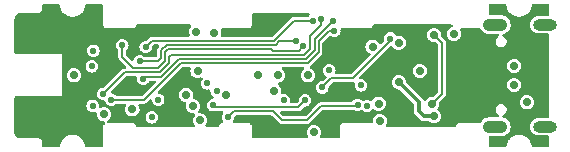
<source format=gbr>
%TF.GenerationSoftware,KiCad,Pcbnew,7.0.6*%
%TF.CreationDate,2023-09-06T22:26:16-07:00*%
%TF.ProjectId,GCP-2,4743502d-322e-46b6-9963-61645f706362,rev?*%
%TF.SameCoordinates,Original*%
%TF.FileFunction,Copper,L2,Inr*%
%TF.FilePolarity,Positive*%
%FSLAX46Y46*%
G04 Gerber Fmt 4.6, Leading zero omitted, Abs format (unit mm)*
G04 Created by KiCad (PCBNEW 7.0.6) date 2023-09-06 22:26:16*
%MOMM*%
%LPD*%
G01*
G04 APERTURE LIST*
%TA.AperFunction,ComponentPad*%
%ADD10O,2.100000X1.050000*%
%TD*%
%TA.AperFunction,ComponentPad*%
%ADD11O,2.000000X1.000000*%
%TD*%
%TA.AperFunction,ViaPad*%
%ADD12C,0.700000*%
%TD*%
%TA.AperFunction,ViaPad*%
%ADD13C,0.550000*%
%TD*%
%TA.AperFunction,Conductor*%
%ADD14C,0.350000*%
%TD*%
%TA.AperFunction,Conductor*%
%ADD15C,0.150000*%
%TD*%
G04 APERTURE END LIST*
D10*
%TO.N,GND*%
%TO.C,J1*%
X216526187Y-151150946D03*
D11*
X220706187Y-151150946D03*
X220706187Y-142510946D03*
D10*
X216526187Y-142510946D03*
%TD*%
D12*
%TO.N,Net-(R3-Pad1)*%
X193695697Y-148486606D03*
%TO.N,XTAL_IN*%
X197791866Y-148103220D03*
%TO.N,GND*%
X198120000Y-146812000D03*
X219202000Y-149098000D03*
D13*
X187991475Y-148882200D03*
D12*
X196470764Y-146751305D03*
X183388000Y-150114000D03*
X211362718Y-150273906D03*
X191535313Y-150630225D03*
X210142867Y-146436503D03*
X191318560Y-146451787D03*
X190941352Y-149422630D03*
X208367922Y-147388245D03*
X201168000Y-151638000D03*
D13*
X187452000Y-150368000D03*
D12*
X200660000Y-146812000D03*
X208343905Y-144055246D03*
X180848000Y-146812000D03*
D13*
%TO.N,SIO2*%
X184945050Y-144264227D03*
X200287822Y-144315048D03*
%TO.N,SIO0*%
X183329531Y-148385788D03*
X201793827Y-142067869D03*
%TO.N,SCLK*%
X202795711Y-142202738D03*
X186724196Y-147123466D03*
%TO.N,SIO3*%
X184003876Y-148872280D03*
X202901679Y-143053696D03*
%TO.N,+3V3*%
X208330800Y-148488400D03*
D12*
X186628942Y-143070236D03*
X192692295Y-150555796D03*
D13*
X210907729Y-144450543D03*
X197054805Y-142594651D03*
D12*
X188781411Y-147791696D03*
X207971441Y-149534869D03*
D13*
X196022567Y-150551036D03*
D12*
X206506816Y-142972765D03*
X183219200Y-143737841D03*
X212741216Y-150591034D03*
X202438000Y-151130000D03*
D13*
X186105886Y-147678029D03*
%TO.N,+1V1*%
X202478822Y-146399334D03*
X198606155Y-148933565D03*
D12*
%TO.N,VCC*%
X191207561Y-143118722D03*
D13*
X205155019Y-147669371D03*
D12*
X206750636Y-150677559D03*
X213016317Y-143314091D03*
X185805006Y-149691413D03*
D13*
%TO.N,GC1*%
X200416269Y-148928126D03*
X192630956Y-149331111D03*
%TO.N,GC2*%
X201883120Y-147841162D03*
X207649979Y-143694420D03*
%TO.N,GC3*%
X205659402Y-149412042D03*
%TO.N,GC4*%
X204864639Y-149318115D03*
X193898381Y-150382450D03*
D12*
%TO.N,Net-(L1-DOUT)*%
X192703161Y-143198199D03*
X206145560Y-144379256D03*
%TO.N,Net-(L2-DOUT)*%
X211354130Y-143394984D03*
X211161337Y-149226128D03*
%TO.N,Net-(L3-DOUT)*%
X190342037Y-148465301D03*
X206649396Y-149208502D03*
D13*
%TO.N,USB_BOOT*%
X186933331Y-144414179D03*
X201097172Y-142170832D03*
X182372000Y-146050000D03*
%TO.N,SIO1*%
X199664856Y-143891174D03*
X186418974Y-145611676D03*
%TO.N,BTN_1*%
X192147468Y-147494690D03*
X182501911Y-144714473D03*
%TO.N,BTN_2*%
X192936575Y-148144951D03*
X182434617Y-149397925D03*
D12*
%TO.N,+5V*%
X218128772Y-146002723D03*
X218128772Y-147623172D03*
%TD*%
D14*
%TO.N,GND*%
X210031591Y-149805811D02*
X210499686Y-150273906D01*
X210031591Y-149051914D02*
X210031591Y-149805811D01*
X210499686Y-150273906D02*
X211362718Y-150273906D01*
X208367922Y-147388245D02*
X210031591Y-149051914D01*
D15*
%TO.N,SIO2*%
X199911162Y-144722517D02*
X197692248Y-144722517D01*
X197692248Y-144722517D02*
X197535317Y-144565586D01*
X200287822Y-144315048D02*
X200287822Y-144345857D01*
X197535317Y-144565586D02*
X188856042Y-144565586D01*
X187980850Y-146207680D02*
X185890383Y-146207680D01*
X188582944Y-145605586D02*
X187980850Y-146207680D01*
X185890383Y-146207680D02*
X184945050Y-145262347D01*
X200287822Y-144345857D02*
X199911162Y-144722517D01*
X188582944Y-144838684D02*
X188582944Y-145605586D01*
X184945050Y-145262347D02*
X184945050Y-144264227D01*
X188856042Y-144565586D02*
X188582944Y-144838684D01*
%TO.N,SIO0*%
X200356441Y-145075099D02*
X189107969Y-145075099D01*
X200862323Y-144569217D02*
X200356441Y-145075099D01*
X201793827Y-142067869D02*
X201793827Y-142554376D01*
X200862323Y-143485880D02*
X200862323Y-144569217D01*
X185142203Y-146572450D02*
X183329531Y-148385122D01*
X188933603Y-145249465D02*
X188933603Y-145755224D01*
X201793827Y-142554376D02*
X200862323Y-143485880D01*
X188933603Y-145755224D02*
X188116377Y-146572450D01*
X188116377Y-146572450D02*
X185142203Y-146572450D01*
X189107969Y-145075099D02*
X188933603Y-145249465D01*
X183329531Y-148385122D02*
X183329531Y-148385788D01*
%TO.N,SCLK*%
X201223559Y-143774890D02*
X201223559Y-144702955D01*
X188261693Y-146925860D02*
X186921802Y-146925860D01*
X186921802Y-146925860D02*
X186724196Y-147123466D01*
X189757293Y-145430260D02*
X188261693Y-146925860D01*
X202795711Y-142202738D02*
X201223559Y-143774890D01*
X200496254Y-145430260D02*
X189757293Y-145430260D01*
X201223559Y-144702955D02*
X200496254Y-145430260D01*
%TO.N,SIO3*%
X200643595Y-145781262D02*
X189901265Y-145781262D01*
X202448906Y-143053696D02*
X201573559Y-143929043D01*
X201573559Y-143929043D02*
X201573559Y-144851298D01*
X189901265Y-145781262D02*
X186810247Y-148872280D01*
X201573559Y-144851298D02*
X200643595Y-145781262D01*
X186810247Y-148872280D02*
X184003876Y-148872280D01*
X202901679Y-143053696D02*
X202448906Y-143053696D01*
%TO.N,GC1*%
X199827005Y-149517390D02*
X192817235Y-149517390D01*
X200416269Y-148928126D02*
X199827005Y-149517390D01*
X192817235Y-149517390D02*
X192630956Y-149331111D01*
%TO.N,GC2*%
X204447536Y-147066000D02*
X207649979Y-143863557D01*
X207649979Y-143863557D02*
X207649979Y-143694420D01*
X202658282Y-147066000D02*
X204447536Y-147066000D01*
X201883120Y-147841162D02*
X202658282Y-147066000D01*
%TO.N,GC4*%
X194409865Y-149870966D02*
X193898381Y-150382450D01*
X204793539Y-149389215D02*
X201796797Y-149389215D01*
X201796797Y-149389215D02*
X200603157Y-150582855D01*
X204864639Y-149318115D02*
X204793539Y-149389215D01*
X198434589Y-150582855D02*
X197722700Y-149870966D01*
X197722700Y-149870966D02*
X194409865Y-149870966D01*
X200603157Y-150582855D02*
X198434589Y-150582855D01*
%TO.N,Net-(L2-DOUT)*%
X212017795Y-144058649D02*
X212017795Y-148369670D01*
X212017795Y-148369670D02*
X211161337Y-149226128D01*
X211354130Y-143394984D02*
X212017795Y-144058649D01*
%TO.N,USB_BOOT*%
X187481924Y-143865586D02*
X186933331Y-144414179D01*
X199479222Y-142170832D02*
X197784468Y-143865586D01*
X201097172Y-142170832D02*
X199479222Y-142170832D01*
X197784468Y-143865586D02*
X187481924Y-143865586D01*
%TO.N,SIO1*%
X198253854Y-143891174D02*
X199664856Y-143891174D01*
X188711068Y-144215586D02*
X197929442Y-144215586D01*
X187946722Y-145611676D02*
X188228132Y-145330266D01*
X188228132Y-145330266D02*
X188228132Y-144698522D01*
X188228132Y-144698522D02*
X188711068Y-144215586D01*
X186418974Y-145611676D02*
X187946722Y-145611676D01*
X197929442Y-144215586D02*
X198253854Y-143891174D01*
%TD*%
%TA.AperFunction,Conductor*%
%TO.N,+3V3*%
G36*
X179616145Y-140785775D02*
G01*
X179661900Y-140838579D01*
X179670993Y-140867303D01*
X179670994Y-140867306D01*
X179670995Y-140867307D01*
X179687379Y-140954962D01*
X179686932Y-140959378D01*
X179689261Y-140967056D01*
X179690874Y-140973657D01*
X179707234Y-141061176D01*
X179743491Y-141154765D01*
X179743492Y-141154767D01*
X179743944Y-141160146D01*
X179748095Y-141167911D01*
X179751232Y-141174747D01*
X179779236Y-141247035D01*
X179779237Y-141247037D01*
X179836208Y-141339047D01*
X179837948Y-141345364D01*
X179844171Y-141352947D01*
X179848962Y-141359647D01*
X179884161Y-141416495D01*
X179884165Y-141416500D01*
X179962084Y-141501974D01*
X179965459Y-141508898D01*
X179970192Y-141512782D01*
X179983165Y-141525098D01*
X180012223Y-141556973D01*
X180018446Y-141563799D01*
X180031482Y-141573643D01*
X180116540Y-141637877D01*
X180121779Y-141644937D01*
X180127305Y-141647891D01*
X180143580Y-141658296D01*
X180177509Y-141683919D01*
X180178949Y-141684810D01*
X180185649Y-141689601D01*
X180189558Y-141692809D01*
X180207793Y-141698997D01*
X180264920Y-141727443D01*
X180293961Y-141741904D01*
X180301156Y-141748575D01*
X180307066Y-141750368D01*
X180326341Y-141758027D01*
X180355930Y-141772761D01*
X180355932Y-141772761D01*
X180355933Y-141772762D01*
X180361275Y-141774832D01*
X180361159Y-141775129D01*
X180376460Y-141781311D01*
X180395255Y-141783949D01*
X180487914Y-141810313D01*
X180497015Y-141816054D01*
X180502885Y-141816633D01*
X180524662Y-141820769D01*
X180547641Y-141827307D01*
X180553911Y-141827888D01*
X180577844Y-141832576D01*
X180595375Y-141831730D01*
X180691338Y-141840622D01*
X180702156Y-141844918D01*
X180707592Y-141844383D01*
X180731185Y-141844315D01*
X180746110Y-141845698D01*
X180761034Y-141844315D01*
X180784627Y-141844383D01*
X180785058Y-141844425D01*
X180800879Y-141840622D01*
X180896836Y-141831731D01*
X180909060Y-141834122D01*
X180913754Y-141832699D01*
X180938309Y-141827888D01*
X180938331Y-141827886D01*
X180944579Y-141827307D01*
X180967561Y-141820768D01*
X180989335Y-141816633D01*
X180990554Y-141816512D01*
X181004303Y-141810313D01*
X181096960Y-141783951D01*
X181110156Y-141784061D01*
X181113889Y-141782067D01*
X181131060Y-141775129D01*
X181130945Y-141774832D01*
X181136290Y-141772761D01*
X181151878Y-141764999D01*
X181165876Y-141758028D01*
X181185153Y-141750368D01*
X181186966Y-141749817D01*
X181198255Y-141741905D01*
X181284422Y-141698999D01*
X181298085Y-141696563D01*
X181306572Y-141689599D01*
X181313284Y-141684799D01*
X181314688Y-141683928D01*
X181314714Y-141683916D01*
X181348647Y-141658290D01*
X181364918Y-141647888D01*
X181367036Y-141646755D01*
X181375679Y-141637877D01*
X181377574Y-141636446D01*
X181473774Y-141563799D01*
X181479997Y-141556973D01*
X181509055Y-141525098D01*
X181522028Y-141512782D01*
X181524128Y-141511057D01*
X181530132Y-141501976D01*
X181608055Y-141416500D01*
X181639730Y-141365344D01*
X181643260Y-141359643D01*
X181648051Y-141352942D01*
X181652427Y-141347609D01*
X181656013Y-141339046D01*
X181712978Y-141247045D01*
X181712982Y-141247037D01*
X181712983Y-141247036D01*
X181714090Y-141244180D01*
X181735044Y-141190090D01*
X181740994Y-141174730D01*
X181744129Y-141167899D01*
X181747136Y-141162273D01*
X181748728Y-141154767D01*
X181784986Y-141061176D01*
X181801351Y-140973626D01*
X181802961Y-140967043D01*
X181804705Y-140961292D01*
X181804840Y-140954962D01*
X181821226Y-140867303D01*
X181852893Y-140805025D01*
X181913205Y-140769751D01*
X181943114Y-140766090D01*
X183198721Y-140766090D01*
X183265760Y-140785775D01*
X183311515Y-140838579D01*
X183322721Y-140890090D01*
X183322721Y-142404646D01*
X183313931Y-142434581D01*
X183321181Y-142480401D01*
X183322705Y-142499780D01*
X183322705Y-142539441D01*
X183323686Y-142546893D01*
X183321072Y-142563652D01*
X183332282Y-142585651D01*
X183341573Y-142609855D01*
X183346592Y-142628587D01*
X183350450Y-142635269D01*
X183358188Y-142667165D01*
X183371903Y-142680879D01*
X183391614Y-142706566D01*
X183392735Y-142708509D01*
X183392738Y-142708513D01*
X183457999Y-142773772D01*
X183459934Y-142774889D01*
X183459953Y-142774900D01*
X183485640Y-142794608D01*
X183495654Y-142804622D01*
X183504881Y-142804676D01*
X183531244Y-142816056D01*
X183537928Y-142819915D01*
X183556600Y-142824917D01*
X183556663Y-142824934D01*
X183580867Y-142834224D01*
X183598636Y-142843277D01*
X183603881Y-142841757D01*
X183619633Y-142842817D01*
X183627068Y-142843795D01*
X183627075Y-142843797D01*
X183666622Y-142843795D01*
X183686017Y-142845321D01*
X183722839Y-142851151D01*
X183726542Y-142848778D01*
X183761341Y-142843795D01*
X185680723Y-142843795D01*
X185710541Y-142852550D01*
X185756170Y-142845325D01*
X185775554Y-142843799D01*
X185815145Y-142843799D01*
X185815150Y-142843797D01*
X185822578Y-142842819D01*
X185839346Y-142845432D01*
X185861343Y-142834225D01*
X185885541Y-142824936D01*
X185904289Y-142819913D01*
X185910964Y-142816058D01*
X185942860Y-142808319D01*
X185956577Y-142794602D01*
X185982265Y-142774892D01*
X185984213Y-142773768D01*
X186049471Y-142708509D01*
X186050599Y-142706555D01*
X186070306Y-142680871D01*
X186080324Y-142670852D01*
X186080379Y-142661622D01*
X186091759Y-142635262D01*
X186095615Y-142628584D01*
X186100637Y-142609839D01*
X186109928Y-142585634D01*
X186122122Y-142561703D01*
X186170097Y-142510908D01*
X186232606Y-142494000D01*
X190678566Y-142494000D01*
X190745605Y-142513685D01*
X190791360Y-142566489D01*
X190801304Y-142635647D01*
X190776943Y-142693483D01*
X190715336Y-142773772D01*
X190683024Y-142815882D01*
X190622517Y-142961959D01*
X190622516Y-142961961D01*
X190601879Y-143118720D01*
X190601879Y-143118723D01*
X190622516Y-143275482D01*
X190622517Y-143275484D01*
X190640802Y-143319629D01*
X190661101Y-143368633D01*
X190668570Y-143438103D01*
X190637295Y-143500582D01*
X190577206Y-143536234D01*
X190546540Y-143540086D01*
X187498846Y-143540086D01*
X187493442Y-143539850D01*
X187488031Y-143539376D01*
X187453116Y-143536321D01*
X187453115Y-143536321D01*
X187414015Y-143546798D01*
X187408735Y-143547969D01*
X187368883Y-143554996D01*
X187363885Y-143556815D01*
X187347041Y-143563792D01*
X187342237Y-143566032D01*
X187309090Y-143589242D01*
X187304530Y-143592148D01*
X187269472Y-143612390D01*
X187269464Y-143612396D01*
X187243447Y-143643401D01*
X187239793Y-143647390D01*
X187038169Y-143849013D01*
X186976846Y-143882498D01*
X186941457Y-143883974D01*
X186941457Y-143884144D01*
X186937407Y-143884144D01*
X186934316Y-143884273D01*
X186933335Y-143884144D01*
X186933330Y-143884144D01*
X186893135Y-143889436D01*
X186796148Y-143902205D01*
X186796147Y-143902205D01*
X186796144Y-143902206D01*
X186668316Y-143955153D01*
X186558540Y-144039388D01*
X186474305Y-144149164D01*
X186421358Y-144276992D01*
X186421357Y-144276995D01*
X186421357Y-144276996D01*
X186403296Y-144414179D01*
X186417684Y-144523467D01*
X186421357Y-144551360D01*
X186421358Y-144551365D01*
X186474305Y-144679194D01*
X186474306Y-144679196D01*
X186474307Y-144679197D01*
X186558540Y-144788970D01*
X186668313Y-144873203D01*
X186796148Y-144926153D01*
X186919033Y-144942331D01*
X186933330Y-144944214D01*
X186933331Y-144944214D01*
X186933332Y-144944214D01*
X186946278Y-144942509D01*
X187070514Y-144926153D01*
X187198349Y-144873203D01*
X187308122Y-144788970D01*
X187392355Y-144679197D01*
X187445305Y-144551362D01*
X187463366Y-144414179D01*
X187463238Y-144413206D01*
X187463366Y-144412386D01*
X187463366Y-144406052D01*
X187464354Y-144406052D01*
X187474003Y-144344172D01*
X187498496Y-144309339D01*
X187580432Y-144227404D01*
X187641756Y-144193920D01*
X187668113Y-144191086D01*
X187975879Y-144191086D01*
X188042918Y-144210771D01*
X188088673Y-144263575D01*
X188098617Y-144332733D01*
X188069592Y-144396289D01*
X188063559Y-144402768D01*
X188009934Y-144456393D01*
X188005946Y-144460047D01*
X187974937Y-144486067D01*
X187954694Y-144521128D01*
X187951788Y-144525688D01*
X187928578Y-144558835D01*
X187926338Y-144563639D01*
X187919361Y-144580483D01*
X187917542Y-144585481D01*
X187910515Y-144625333D01*
X187909344Y-144630613D01*
X187898867Y-144669713D01*
X187898867Y-144669716D01*
X187902395Y-144710037D01*
X187902631Y-144715442D01*
X187902631Y-145144077D01*
X187882946Y-145211116D01*
X187866315Y-145231756D01*
X187848217Y-145249855D01*
X187786894Y-145283341D01*
X187760533Y-145286176D01*
X186892738Y-145286176D01*
X186825699Y-145266491D01*
X186799631Y-145242511D01*
X186799512Y-145242631D01*
X186796637Y-145239756D01*
X186794364Y-145237665D01*
X186793766Y-145236886D01*
X186780161Y-145226446D01*
X186683992Y-145152652D01*
X186683991Y-145152651D01*
X186683989Y-145152650D01*
X186556160Y-145099703D01*
X186556158Y-145099702D01*
X186556157Y-145099702D01*
X186464701Y-145087661D01*
X186418975Y-145081641D01*
X186418973Y-145081641D01*
X186361081Y-145089263D01*
X186281791Y-145099702D01*
X186281790Y-145099702D01*
X186281787Y-145099703D01*
X186153959Y-145152650D01*
X186044183Y-145236885D01*
X185959948Y-145346661D01*
X185907001Y-145474489D01*
X185906998Y-145474499D01*
X185906142Y-145481004D01*
X185877873Y-145544900D01*
X185819546Y-145583368D01*
X185749681Y-145584196D01*
X185695523Y-145552494D01*
X185306869Y-145163840D01*
X185273384Y-145102517D01*
X185270550Y-145076159D01*
X185270550Y-144737990D01*
X185290235Y-144670951D01*
X185314215Y-144644887D01*
X185314094Y-144644766D01*
X185317000Y-144641859D01*
X185319072Y-144639608D01*
X185319841Y-144639018D01*
X185404074Y-144529245D01*
X185457024Y-144401410D01*
X185475085Y-144264227D01*
X185457024Y-144127044D01*
X185404074Y-143999210D01*
X185319841Y-143889436D01*
X185319839Y-143889435D01*
X185319839Y-143889434D01*
X185233608Y-143823266D01*
X185210068Y-143805203D01*
X185210067Y-143805202D01*
X185210065Y-143805201D01*
X185082236Y-143752254D01*
X185082234Y-143752253D01*
X185082233Y-143752253D01*
X184990777Y-143740212D01*
X184945051Y-143734192D01*
X184945049Y-143734192D01*
X184882911Y-143742373D01*
X184807867Y-143752253D01*
X184807866Y-143752253D01*
X184807863Y-143752254D01*
X184680035Y-143805201D01*
X184570259Y-143889436D01*
X184486024Y-143999212D01*
X184433077Y-144127040D01*
X184433076Y-144127045D01*
X184420510Y-144222493D01*
X184415015Y-144264227D01*
X184430159Y-144379257D01*
X184433076Y-144401408D01*
X184433077Y-144401413D01*
X184486024Y-144529242D01*
X184570259Y-144639018D01*
X184571028Y-144639608D01*
X184571515Y-144640275D01*
X184576006Y-144644766D01*
X184575306Y-144645465D01*
X184612236Y-144696033D01*
X184619550Y-144737990D01*
X184619550Y-145245425D01*
X184619314Y-145250832D01*
X184615785Y-145291155D01*
X184626262Y-145330257D01*
X184627433Y-145335537D01*
X184634461Y-145375390D01*
X184636285Y-145380402D01*
X184643247Y-145397208D01*
X184645495Y-145402028D01*
X184645496Y-145402031D01*
X184656452Y-145417678D01*
X184668705Y-145435178D01*
X184671611Y-145439739D01*
X184691856Y-145474802D01*
X184722865Y-145500822D01*
X184726855Y-145504478D01*
X185257646Y-146035269D01*
X185291131Y-146096592D01*
X185286147Y-146166284D01*
X185244275Y-146222217D01*
X185178811Y-146246634D01*
X185169965Y-146246950D01*
X185159114Y-146246950D01*
X185153710Y-146246714D01*
X185148379Y-146246247D01*
X185113395Y-146243186D01*
X185074302Y-146253661D01*
X185069022Y-146254832D01*
X185029157Y-146261862D01*
X185024165Y-146263679D01*
X185007320Y-146270656D01*
X185002516Y-146272896D01*
X184969366Y-146296108D01*
X184964805Y-146299014D01*
X184931156Y-146318443D01*
X184929748Y-146319256D01*
X184929746Y-146319257D01*
X184929745Y-146319259D01*
X184903726Y-146350265D01*
X184900072Y-146354253D01*
X183433780Y-147820545D01*
X183372457Y-147854030D01*
X183337658Y-147855481D01*
X183337658Y-147855753D01*
X183331141Y-147855753D01*
X183329918Y-147855804D01*
X183329531Y-147855753D01*
X183329530Y-147855753D01*
X183268524Y-147863785D01*
X183192348Y-147873814D01*
X183192347Y-147873814D01*
X183192344Y-147873815D01*
X183064516Y-147926762D01*
X182954740Y-148010997D01*
X182870505Y-148120773D01*
X182817558Y-148248601D01*
X182817557Y-148248604D01*
X182817557Y-148248605D01*
X182810766Y-148300186D01*
X182806862Y-148329843D01*
X182799496Y-148385788D01*
X182816238Y-148512956D01*
X182817557Y-148522969D01*
X182817558Y-148522974D01*
X182870505Y-148650803D01*
X182870506Y-148650805D01*
X182870507Y-148650806D01*
X182954740Y-148760579D01*
X183064513Y-148844812D01*
X183192348Y-148897762D01*
X183329531Y-148915823D01*
X183354319Y-148912559D01*
X183423351Y-148923323D01*
X183475608Y-148969702D01*
X183490279Y-149003404D01*
X183491903Y-149009467D01*
X183544850Y-149137295D01*
X183544851Y-149137297D01*
X183544852Y-149137298D01*
X183629085Y-149247071D01*
X183738858Y-149331304D01*
X183866693Y-149384254D01*
X183989578Y-149400432D01*
X184003875Y-149402315D01*
X184003876Y-149402315D01*
X184003877Y-149402315D01*
X184016823Y-149400610D01*
X184141059Y-149384254D01*
X184268894Y-149331304D01*
X184378667Y-149247071D01*
X184379264Y-149246291D01*
X184379940Y-149245798D01*
X184384414Y-149241325D01*
X184385111Y-149242022D01*
X184435695Y-149205090D01*
X184477640Y-149197780D01*
X185175849Y-149197780D01*
X185242888Y-149217465D01*
X185288643Y-149270269D01*
X185298587Y-149339427D01*
X185283239Y-149383776D01*
X185280469Y-149388573D01*
X185219962Y-149534650D01*
X185219961Y-149534652D01*
X185199324Y-149691411D01*
X185199324Y-149691414D01*
X185219961Y-149848173D01*
X185219962Y-149848175D01*
X185271244Y-149971982D01*
X185280470Y-149994254D01*
X185376724Y-150119695D01*
X185502165Y-150215949D01*
X185648244Y-150276457D01*
X185700617Y-150283352D01*
X185805005Y-150297095D01*
X185805006Y-150297095D01*
X185805007Y-150297095D01*
X185857259Y-150290215D01*
X185961768Y-150276457D01*
X186107847Y-150215949D01*
X186233288Y-150119695D01*
X186329542Y-149994254D01*
X186390050Y-149848175D01*
X186406204Y-149725471D01*
X186410688Y-149691414D01*
X186410688Y-149691411D01*
X186391716Y-149547308D01*
X186390050Y-149534651D01*
X186329542Y-149388572D01*
X186329539Y-149388568D01*
X186326773Y-149383776D01*
X186310304Y-149315875D01*
X186333158Y-149249849D01*
X186388081Y-149206661D01*
X186434163Y-149197780D01*
X186793325Y-149197780D01*
X186798728Y-149198015D01*
X186839054Y-149201544D01*
X186878187Y-149191057D01*
X186883409Y-149189899D01*
X186923292Y-149182868D01*
X186923297Y-149182864D01*
X186928346Y-149181027D01*
X186945071Y-149174099D01*
X186949928Y-149171834D01*
X186949931Y-149171834D01*
X186983088Y-149148615D01*
X186987637Y-149145718D01*
X187022702Y-149125474D01*
X187048728Y-149094456D01*
X187052369Y-149090482D01*
X187260283Y-148882568D01*
X187321604Y-148849085D01*
X187391296Y-148854069D01*
X187447229Y-148895941D01*
X187470901Y-148954064D01*
X187474911Y-148984521D01*
X187478195Y-149009467D01*
X187479501Y-149019382D01*
X187479502Y-149019386D01*
X187532449Y-149147215D01*
X187532450Y-149147217D01*
X187532451Y-149147218D01*
X187616684Y-149256991D01*
X187726457Y-149341224D01*
X187854292Y-149394174D01*
X187977177Y-149410352D01*
X187991474Y-149412235D01*
X187991475Y-149412235D01*
X187991476Y-149412235D01*
X188004422Y-149410530D01*
X188128658Y-149394174D01*
X188256493Y-149341224D01*
X188366266Y-149256991D01*
X188450499Y-149147218D01*
X188503449Y-149019383D01*
X188521510Y-148882200D01*
X188503449Y-148745017D01*
X188468148Y-148659794D01*
X188450500Y-148617185D01*
X188450499Y-148617184D01*
X188450499Y-148617183D01*
X188366266Y-148507409D01*
X188366264Y-148507408D01*
X188366264Y-148507407D01*
X188299695Y-148456327D01*
X188256493Y-148423176D01*
X188256492Y-148423175D01*
X188256490Y-148423174D01*
X188128661Y-148370227D01*
X188128659Y-148370226D01*
X188128658Y-148370226D01*
X188110619Y-148367851D01*
X188063339Y-148361626D01*
X187999443Y-148333359D01*
X187960973Y-148275034D01*
X187960142Y-148205169D01*
X187991843Y-148151008D01*
X189999771Y-146143081D01*
X190061095Y-146109596D01*
X190087453Y-146106762D01*
X190625918Y-146106762D01*
X190692957Y-146126447D01*
X190738712Y-146179251D01*
X190748656Y-146248409D01*
X190740479Y-146278214D01*
X190733517Y-146295021D01*
X190733515Y-146295026D01*
X190712878Y-146451785D01*
X190712878Y-146451788D01*
X190733515Y-146608547D01*
X190733516Y-146608549D01*
X190792647Y-146751305D01*
X190794024Y-146754628D01*
X190890278Y-146880069D01*
X191015719Y-146976323D01*
X191161798Y-147036831D01*
X191202466Y-147042185D01*
X191318559Y-147057469D01*
X191318560Y-147057469D01*
X191318561Y-147057469D01*
X191370813Y-147050589D01*
X191475322Y-147036831D01*
X191577115Y-146994666D01*
X191646582Y-146987198D01*
X191709062Y-147018473D01*
X191744714Y-147078562D01*
X191742221Y-147148387D01*
X191722942Y-147184714D01*
X191688444Y-147229672D01*
X191688442Y-147229674D01*
X191635495Y-147357503D01*
X191635494Y-147357506D01*
X191635494Y-147357507D01*
X191617433Y-147494690D01*
X191635333Y-147630653D01*
X191635494Y-147631871D01*
X191635495Y-147631876D01*
X191688442Y-147759705D01*
X191688443Y-147759707D01*
X191688444Y-147759708D01*
X191772677Y-147869481D01*
X191882450Y-147953714D01*
X191882451Y-147953714D01*
X191882452Y-147953715D01*
X191925061Y-147971364D01*
X192010285Y-148006664D01*
X192147468Y-148024725D01*
X192267001Y-148008987D01*
X192336033Y-148019752D01*
X192388289Y-148066131D01*
X192407175Y-148133400D01*
X192406540Y-148142286D01*
X192406540Y-148144950D01*
X192406540Y-148144951D01*
X192423156Y-148271162D01*
X192424601Y-148282132D01*
X192424602Y-148282137D01*
X192477549Y-148409966D01*
X192477550Y-148409968D01*
X192477551Y-148409969D01*
X192556576Y-148512955D01*
X192561786Y-148519744D01*
X192647361Y-148585409D01*
X192688563Y-148641837D01*
X192692718Y-148711583D01*
X192658505Y-148772503D01*
X192596788Y-148805255D01*
X192588061Y-148806723D01*
X192493773Y-148819137D01*
X192493769Y-148819138D01*
X192365941Y-148872085D01*
X192256165Y-148956320D01*
X192171930Y-149066096D01*
X192118983Y-149193924D01*
X192118982Y-149193927D01*
X192118982Y-149193928D01*
X192100921Y-149331111D01*
X192117670Y-149458331D01*
X192118982Y-149468292D01*
X192118983Y-149468297D01*
X192171930Y-149596126D01*
X192171931Y-149596128D01*
X192171932Y-149596129D01*
X192256165Y-149705902D01*
X192365938Y-149790135D01*
X192365939Y-149790135D01*
X192365940Y-149790136D01*
X192400334Y-149804382D01*
X192493773Y-149843085D01*
X192616658Y-149859263D01*
X192630955Y-149861146D01*
X192630955Y-149861145D01*
X192630956Y-149861146D01*
X192748364Y-149845688D01*
X192777459Y-149847600D01*
X192777625Y-149845707D01*
X192788421Y-149846651D01*
X192788428Y-149846653D01*
X192828745Y-149843125D01*
X192834147Y-149842890D01*
X193398575Y-149842890D01*
X193465614Y-149862575D01*
X193511369Y-149915379D01*
X193521313Y-149984537D01*
X193496950Y-150042377D01*
X193439357Y-150117431D01*
X193439355Y-150117434D01*
X193386408Y-150245263D01*
X193386407Y-150245266D01*
X193386407Y-150245267D01*
X193382636Y-150273907D01*
X193370249Y-150367999D01*
X193368346Y-150382450D01*
X193384504Y-150505181D01*
X193386407Y-150519631D01*
X193386408Y-150519636D01*
X193439355Y-150647465D01*
X193439356Y-150647466D01*
X193439357Y-150647468D01*
X193444004Y-150653525D01*
X193469200Y-150718691D01*
X193455163Y-150787136D01*
X193406351Y-150837128D01*
X193401927Y-150839495D01*
X193376652Y-150852374D01*
X193352450Y-150861665D01*
X193333717Y-150866684D01*
X193333708Y-150866688D01*
X193327035Y-150870541D01*
X193295142Y-150878277D01*
X193281422Y-150891997D01*
X193255752Y-150911695D01*
X193253792Y-150912826D01*
X193188530Y-150978087D01*
X193187405Y-150980037D01*
X193167700Y-151005716D01*
X193157678Y-151015737D01*
X193157623Y-151024976D01*
X193146246Y-151051326D01*
X193145306Y-151052955D01*
X193142388Y-151058009D01*
X193142387Y-151058010D01*
X193137367Y-151076745D01*
X193128079Y-151100940D01*
X193118188Y-151120353D01*
X193070214Y-151171150D01*
X193007702Y-151188060D01*
X192115632Y-151188060D01*
X192048593Y-151168375D01*
X192002838Y-151115571D01*
X191992894Y-151046413D01*
X192017257Y-150988573D01*
X192023807Y-150980037D01*
X192059849Y-150933066D01*
X192120357Y-150786987D01*
X192138725Y-150647465D01*
X192140995Y-150630226D01*
X192140995Y-150630223D01*
X192120653Y-150475709D01*
X192120357Y-150473463D01*
X192059849Y-150327384D01*
X191963595Y-150201943D01*
X191838154Y-150105689D01*
X191831621Y-150102983D01*
X191692075Y-150045181D01*
X191692073Y-150045180D01*
X191535314Y-150024543D01*
X191535309Y-150024543D01*
X191499611Y-150029242D01*
X191430576Y-150018475D01*
X191378321Y-149972094D01*
X191359437Y-149904825D01*
X191379919Y-149838025D01*
X191385038Y-149830837D01*
X191465888Y-149725471D01*
X191526396Y-149579392D01*
X191547034Y-149422630D01*
X191545665Y-149412235D01*
X191526396Y-149265869D01*
X191526396Y-149265868D01*
X191465888Y-149119789D01*
X191369634Y-148994348D01*
X191244193Y-148898094D01*
X191243391Y-148897762D01*
X191198801Y-148879292D01*
X191098114Y-148837586D01*
X191055490Y-148831974D01*
X191011485Y-148826181D01*
X190947589Y-148797914D01*
X190909118Y-148739590D01*
X190908287Y-148669725D01*
X190913105Y-148655802D01*
X190927081Y-148622063D01*
X190944914Y-148486604D01*
X190947719Y-148465302D01*
X190947719Y-148465299D01*
X190929886Y-148329843D01*
X190927081Y-148308539D01*
X190866573Y-148162460D01*
X190770319Y-148037019D01*
X190644878Y-147940765D01*
X190576529Y-147912454D01*
X190498799Y-147880257D01*
X190498797Y-147880256D01*
X190342038Y-147859619D01*
X190342036Y-147859619D01*
X190185276Y-147880256D01*
X190185274Y-147880257D01*
X190039197Y-147940764D01*
X189913755Y-148037019D01*
X189817500Y-148162461D01*
X189756993Y-148308538D01*
X189756992Y-148308540D01*
X189736355Y-148465299D01*
X189736355Y-148465302D01*
X189756992Y-148622061D01*
X189756993Y-148622063D01*
X189807920Y-148745013D01*
X189817501Y-148768142D01*
X189913755Y-148893583D01*
X190039196Y-148989837D01*
X190185275Y-149050345D01*
X190271903Y-149061749D01*
X190335798Y-149090015D01*
X190374270Y-149148339D01*
X190375102Y-149218204D01*
X190370280Y-149232134D01*
X190364094Y-149247071D01*
X190356307Y-149265870D01*
X190335670Y-149422628D01*
X190335670Y-149422631D01*
X190356307Y-149579390D01*
X190356308Y-149579392D01*
X190413534Y-149717549D01*
X190416816Y-149725471D01*
X190513070Y-149850912D01*
X190638511Y-149947166D01*
X190784590Y-150007674D01*
X190862971Y-150017992D01*
X190941351Y-150028312D01*
X190941352Y-150028312D01*
X190977051Y-150023612D01*
X191046085Y-150034377D01*
X191098341Y-150080757D01*
X191117227Y-150148026D01*
X191096747Y-150214826D01*
X191091612Y-150222037D01*
X191010777Y-150327382D01*
X190950269Y-150473462D01*
X190950268Y-150473464D01*
X190929631Y-150630223D01*
X190929631Y-150630226D01*
X190950268Y-150786985D01*
X190950269Y-150786987D01*
X191010777Y-150933067D01*
X191053369Y-150988573D01*
X191078564Y-151053742D01*
X191064526Y-151122187D01*
X191015712Y-151172177D01*
X190954994Y-151188060D01*
X186230302Y-151188060D01*
X186163263Y-151168375D01*
X186119819Y-151120358D01*
X186109929Y-151100949D01*
X186100637Y-151076742D01*
X186095618Y-151058011D01*
X186095618Y-151058010D01*
X186095617Y-151058007D01*
X186092701Y-151052956D01*
X186091760Y-151051326D01*
X186084022Y-151019432D01*
X186070305Y-151005715D01*
X186050599Y-150980035D01*
X186049472Y-150978083D01*
X185984214Y-150912826D01*
X185984213Y-150912825D01*
X185982254Y-150911694D01*
X185956576Y-150891990D01*
X185946556Y-150881970D01*
X185937321Y-150881915D01*
X185910966Y-150870536D01*
X185904291Y-150866682D01*
X185904290Y-150866681D01*
X185897704Y-150864916D01*
X185885547Y-150861659D01*
X185861351Y-150852371D01*
X185843579Y-150843316D01*
X185838333Y-150844836D01*
X185822593Y-150843776D01*
X185815145Y-150842795D01*
X185815144Y-150842795D01*
X185775606Y-150842795D01*
X185756207Y-150841268D01*
X185719394Y-150835437D01*
X185715688Y-150837813D01*
X185680892Y-150842795D01*
X183789938Y-150842795D01*
X183722899Y-150823110D01*
X183677144Y-150770306D01*
X183667200Y-150701148D01*
X183696225Y-150637592D01*
X183714448Y-150620421D01*
X183816282Y-150542282D01*
X183912536Y-150416841D01*
X183932767Y-150368000D01*
X186921965Y-150368000D01*
X186936145Y-150475708D01*
X186940026Y-150505181D01*
X186940027Y-150505186D01*
X186992974Y-150633015D01*
X186992975Y-150633017D01*
X186992976Y-150633018D01*
X187077209Y-150742791D01*
X187186982Y-150827024D01*
X187186983Y-150827024D01*
X187186984Y-150827025D01*
X187213027Y-150837812D01*
X187314817Y-150879974D01*
X187424573Y-150894424D01*
X187451999Y-150898035D01*
X187452000Y-150898035D01*
X187452001Y-150898035D01*
X187464947Y-150896330D01*
X187589183Y-150879974D01*
X187717018Y-150827024D01*
X187826791Y-150742791D01*
X187911024Y-150633018D01*
X187963974Y-150505183D01*
X187982035Y-150368000D01*
X187963974Y-150230817D01*
X187917009Y-150117433D01*
X187911025Y-150102985D01*
X187911024Y-150102984D01*
X187911024Y-150102983D01*
X187826791Y-149993209D01*
X187826789Y-149993208D01*
X187826789Y-149993207D01*
X187736617Y-149924015D01*
X187717018Y-149908976D01*
X187717017Y-149908975D01*
X187717015Y-149908974D01*
X187589186Y-149856027D01*
X187589184Y-149856026D01*
X187589183Y-149856026D01*
X187489408Y-149842890D01*
X187452001Y-149837965D01*
X187451999Y-149837965D01*
X187393841Y-149845622D01*
X187314817Y-149856026D01*
X187314816Y-149856026D01*
X187314813Y-149856027D01*
X187186985Y-149908974D01*
X187077209Y-149993209D01*
X186992974Y-150102985D01*
X186940027Y-150230813D01*
X186940026Y-150230816D01*
X186940026Y-150230817D01*
X186937596Y-150249277D01*
X186925193Y-150343485D01*
X186921965Y-150368000D01*
X183932767Y-150368000D01*
X183973044Y-150270762D01*
X183993682Y-150114000D01*
X183990853Y-150092515D01*
X183973044Y-149957239D01*
X183973044Y-149957238D01*
X183912536Y-149811159D01*
X183816282Y-149685718D01*
X183690841Y-149589464D01*
X183666520Y-149579390D01*
X183544762Y-149528956D01*
X183544760Y-149528955D01*
X183388001Y-149508318D01*
X183387999Y-149508318D01*
X183231239Y-149528955D01*
X183231234Y-149528957D01*
X183129455Y-149571115D01*
X183059986Y-149578584D01*
X182997507Y-149547308D01*
X182961855Y-149487219D01*
X182959064Y-149440368D01*
X182959100Y-149440099D01*
X182964652Y-149397925D01*
X182946591Y-149260742D01*
X182903028Y-149155571D01*
X182893642Y-149132910D01*
X182893641Y-149132909D01*
X182893641Y-149132908D01*
X182809408Y-149023134D01*
X182809406Y-149023133D01*
X182809406Y-149023132D01*
X182727040Y-148959930D01*
X182699635Y-148938901D01*
X182699634Y-148938900D01*
X182699632Y-148938899D01*
X182571803Y-148885952D01*
X182571801Y-148885951D01*
X182571800Y-148885951D01*
X182480344Y-148873910D01*
X182434618Y-148867890D01*
X182434616Y-148867890D01*
X182366025Y-148876920D01*
X182297434Y-148885951D01*
X182297433Y-148885951D01*
X182297430Y-148885952D01*
X182169602Y-148938899D01*
X182059826Y-149023134D01*
X181975591Y-149132910D01*
X181922644Y-149260738D01*
X181922643Y-149260741D01*
X181922643Y-149260742D01*
X181921968Y-149265867D01*
X181906001Y-149387150D01*
X181904582Y-149397925D01*
X181920836Y-149521386D01*
X181922643Y-149535106D01*
X181922644Y-149535111D01*
X181975591Y-149662940D01*
X181975592Y-149662942D01*
X181975593Y-149662943D01*
X182059826Y-149772716D01*
X182169599Y-149856949D01*
X182169600Y-149856949D01*
X182169601Y-149856950D01*
X182208843Y-149873204D01*
X182297434Y-149909899D01*
X182420319Y-149926077D01*
X182434616Y-149927960D01*
X182434617Y-149927960D01*
X182434618Y-149927960D01*
X182469055Y-149923426D01*
X182571800Y-149909899D01*
X182624458Y-149888087D01*
X182693922Y-149880619D01*
X182756402Y-149911893D01*
X182792055Y-149971982D01*
X182794846Y-150018833D01*
X182782317Y-150113997D01*
X182782318Y-150114001D01*
X182802955Y-150270760D01*
X182802956Y-150270762D01*
X182852389Y-150390105D01*
X182863464Y-150416841D01*
X182959718Y-150542282D01*
X183085159Y-150638536D01*
X183231238Y-150699044D01*
X183371256Y-150717477D01*
X183435152Y-150745743D01*
X183473623Y-150804067D01*
X183474455Y-150873932D01*
X183442749Y-150928100D01*
X183392754Y-150978091D01*
X183392751Y-150978095D01*
X183391623Y-150980050D01*
X183371921Y-151005724D01*
X183361901Y-151015743D01*
X183361846Y-151024975D01*
X183350469Y-151051326D01*
X183346615Y-151058002D01*
X183346608Y-151058014D01*
X183341587Y-151076750D01*
X183332298Y-151100947D01*
X183323240Y-151118722D01*
X183324761Y-151123971D01*
X183323702Y-151139704D01*
X183322721Y-151147150D01*
X183322721Y-151186688D01*
X183321194Y-151206085D01*
X183315361Y-151242908D01*
X183317740Y-151246620D01*
X183322721Y-151281411D01*
X183322721Y-152796500D01*
X183303036Y-152863539D01*
X183250232Y-152909294D01*
X183198721Y-152920500D01*
X181943114Y-152920500D01*
X181876075Y-152900815D01*
X181830320Y-152848011D01*
X181821227Y-152819291D01*
X181804839Y-152731623D01*
X181805285Y-152727209D01*
X181802960Y-152719542D01*
X181801348Y-152712950D01*
X181784986Y-152625414D01*
X181748727Y-152531821D01*
X181748275Y-152526444D01*
X181744127Y-152518683D01*
X181740990Y-152511847D01*
X181712983Y-152439554D01*
X181712982Y-152439552D01*
X181656011Y-152347541D01*
X181654271Y-152341225D01*
X181648049Y-152333644D01*
X181643263Y-152326953D01*
X181608055Y-152270090D01*
X181558316Y-152215529D01*
X181530134Y-152184614D01*
X181526758Y-152177689D01*
X181522027Y-152173807D01*
X181509054Y-152161491D01*
X181473775Y-152122792D01*
X181473772Y-152122790D01*
X181407135Y-152072467D01*
X181375677Y-152048711D01*
X181370437Y-152041650D01*
X181364912Y-152038697D01*
X181348639Y-152028293D01*
X181314698Y-152002662D01*
X181313252Y-152001766D01*
X181306566Y-151996983D01*
X181302666Y-151993783D01*
X181284422Y-151987590D01*
X181198258Y-151944685D01*
X181191060Y-151938012D01*
X181185146Y-151936218D01*
X181165871Y-151928558D01*
X181136291Y-151913829D01*
X181130945Y-151911758D01*
X181131059Y-151911461D01*
X181115761Y-151905279D01*
X181096962Y-151902639D01*
X181004304Y-151876276D01*
X180995200Y-151870532D01*
X180989325Y-151869954D01*
X180967544Y-151865817D01*
X180944580Y-151859283D01*
X180938309Y-151858702D01*
X180914377Y-151854013D01*
X180896837Y-151854859D01*
X180800882Y-151845967D01*
X180790062Y-151841670D01*
X180784624Y-151842206D01*
X180761037Y-151842274D01*
X180746117Y-151840892D01*
X180746112Y-151840892D01*
X180746110Y-151840892D01*
X180741944Y-151841278D01*
X180731180Y-151842275D01*
X180707593Y-151842206D01*
X180707164Y-151842163D01*
X180691337Y-151845967D01*
X180595382Y-151854859D01*
X180583156Y-151852467D01*
X180578460Y-151853892D01*
X180553911Y-151858702D01*
X180547639Y-151859283D01*
X180547638Y-151859283D01*
X180524677Y-151865816D01*
X180502901Y-151869952D01*
X180501678Y-151870072D01*
X180487916Y-151876276D01*
X180395256Y-151902640D01*
X180382058Y-151902528D01*
X180378324Y-151904525D01*
X180361160Y-151911461D01*
X180361275Y-151911758D01*
X180355927Y-151913829D01*
X180326346Y-151928559D01*
X180307074Y-151936218D01*
X180305257Y-151936769D01*
X180293960Y-151944685D01*
X180207795Y-151987590D01*
X180194131Y-151990025D01*
X180185650Y-151996986D01*
X180178965Y-152001768D01*
X180177515Y-152002665D01*
X180143580Y-152028292D01*
X180127311Y-152038694D01*
X180125188Y-152039828D01*
X180116542Y-152048712D01*
X180018446Y-152122790D01*
X179983170Y-152161486D01*
X179970200Y-152173798D01*
X179968093Y-152175526D01*
X179962086Y-152184614D01*
X179884162Y-152270092D01*
X179848965Y-152326938D01*
X179844175Y-152333637D01*
X179839794Y-152338974D01*
X179836208Y-152347541D01*
X179779240Y-152439547D01*
X179779233Y-152439560D01*
X179751233Y-152511837D01*
X179748097Y-152518671D01*
X179745082Y-152524311D01*
X179743492Y-152531820D01*
X179723236Y-152584108D01*
X179707234Y-152625414D01*
X179707234Y-152625417D01*
X179690877Y-152712921D01*
X179689261Y-152719531D01*
X179687512Y-152725294D01*
X179687380Y-152731626D01*
X179670994Y-152819285D01*
X179639328Y-152881565D01*
X179579016Y-152916839D01*
X179549106Y-152920500D01*
X178293500Y-152920500D01*
X178226461Y-152900815D01*
X178180706Y-152848011D01*
X178169500Y-152796500D01*
X178169500Y-152584108D01*
X178178240Y-152554339D01*
X178171027Y-152508795D01*
X178169500Y-152489396D01*
X178169500Y-152449860D01*
X178169500Y-152449859D01*
X178169500Y-152449856D01*
X178169498Y-152449852D01*
X178168519Y-152442413D01*
X178171132Y-152425647D01*
X178159925Y-152403653D01*
X178150634Y-152379448D01*
X178145614Y-152360711D01*
X178145613Y-152360710D01*
X178141756Y-152354029D01*
X178134020Y-152322138D01*
X178120301Y-152308419D01*
X178100596Y-152282740D01*
X178099469Y-152280788D01*
X178034212Y-152215531D01*
X178032259Y-152214403D01*
X178006579Y-152194698D01*
X177996557Y-152184676D01*
X177987323Y-152184621D01*
X177960969Y-152173242D01*
X177954295Y-152169388D01*
X177954288Y-152169386D01*
X177935547Y-152164364D01*
X177911348Y-152155075D01*
X177893579Y-152146021D01*
X177888333Y-152147541D01*
X177872593Y-152146481D01*
X177865145Y-152145500D01*
X177865144Y-152145500D01*
X177865142Y-152145500D01*
X177825606Y-152145500D01*
X177806207Y-152143973D01*
X177769394Y-152138142D01*
X177765688Y-152140518D01*
X177730892Y-152145500D01*
X176322486Y-152145500D01*
X176315539Y-152145110D01*
X176312592Y-152144777D01*
X176292647Y-152142530D01*
X176213169Y-152132066D01*
X176188401Y-152126169D01*
X176154263Y-152114223D01*
X176151014Y-152112983D01*
X176109803Y-152095914D01*
X176096813Y-152090533D01*
X176078296Y-152080967D01*
X176043490Y-152059097D01*
X176038731Y-152055786D01*
X175990798Y-152019005D01*
X175984702Y-152013660D01*
X175951337Y-151980295D01*
X175945993Y-151974200D01*
X175909212Y-151926267D01*
X175905909Y-151921520D01*
X175884027Y-151886695D01*
X175874469Y-151868195D01*
X175852011Y-151813976D01*
X175850775Y-151810736D01*
X175838830Y-151776599D01*
X175832932Y-151751828D01*
X175822470Y-151672354D01*
X175821357Y-151662485D01*
X175819889Y-151649455D01*
X175819500Y-151642518D01*
X175819500Y-148714000D01*
X175839185Y-148646961D01*
X175891989Y-148601206D01*
X175943500Y-148590000D01*
X179832000Y-148590000D01*
X179832000Y-146812001D01*
X180242318Y-146812001D01*
X180262955Y-146968760D01*
X180262956Y-146968762D01*
X180323464Y-147114841D01*
X180419718Y-147240282D01*
X180545159Y-147336536D01*
X180691238Y-147397044D01*
X180751875Y-147405027D01*
X180847999Y-147417682D01*
X180848000Y-147417682D01*
X180848001Y-147417682D01*
X180932974Y-147406495D01*
X181004762Y-147397044D01*
X181150841Y-147336536D01*
X181276282Y-147240282D01*
X181372536Y-147114841D01*
X181433044Y-146968762D01*
X181447948Y-146855553D01*
X181453682Y-146812001D01*
X181453682Y-146811998D01*
X181439487Y-146704181D01*
X181433044Y-146655238D01*
X181372536Y-146509159D01*
X181276282Y-146383718D01*
X181150841Y-146287464D01*
X181132198Y-146279742D01*
X181004762Y-146226956D01*
X181004760Y-146226955D01*
X180848001Y-146206318D01*
X180847999Y-146206318D01*
X180691239Y-146226955D01*
X180691237Y-146226956D01*
X180545160Y-146287463D01*
X180419718Y-146383718D01*
X180323463Y-146509160D01*
X180262956Y-146655237D01*
X180262955Y-146655239D01*
X180242318Y-146811998D01*
X180242318Y-146812001D01*
X179832000Y-146812001D01*
X179832000Y-146050000D01*
X181841965Y-146050000D01*
X181857271Y-146166261D01*
X181860026Y-146187181D01*
X181860027Y-146187186D01*
X181912974Y-146315015D01*
X181912975Y-146315017D01*
X181912976Y-146315018D01*
X181997209Y-146424791D01*
X182106982Y-146509024D01*
X182234817Y-146561974D01*
X182357702Y-146578152D01*
X182371999Y-146580035D01*
X182372000Y-146580035D01*
X182372001Y-146580035D01*
X182384947Y-146578330D01*
X182509183Y-146561974D01*
X182637018Y-146509024D01*
X182746791Y-146424791D01*
X182831024Y-146315018D01*
X182883974Y-146187183D01*
X182902035Y-146050000D01*
X182883974Y-145912817D01*
X182831024Y-145784983D01*
X182746791Y-145675209D01*
X182746789Y-145675208D01*
X182746789Y-145675207D01*
X182637015Y-145590974D01*
X182509186Y-145538027D01*
X182509184Y-145538026D01*
X182509183Y-145538026D01*
X182417727Y-145525985D01*
X182372001Y-145519965D01*
X182371999Y-145519965D01*
X182303408Y-145528995D01*
X182234817Y-145538026D01*
X182234816Y-145538026D01*
X182234813Y-145538027D01*
X182106985Y-145590974D01*
X181997209Y-145675209D01*
X181912974Y-145784985D01*
X181860027Y-145912813D01*
X181860026Y-145912818D01*
X181842791Y-146043729D01*
X181841965Y-146050000D01*
X179832000Y-146050000D01*
X179832000Y-145034000D01*
X177546000Y-145034000D01*
X175943500Y-145034000D01*
X175876461Y-145014315D01*
X175830706Y-144961511D01*
X175819500Y-144910000D01*
X175819500Y-144714473D01*
X181971876Y-144714473D01*
X181984128Y-144807537D01*
X181989937Y-144851654D01*
X181989938Y-144851659D01*
X182042885Y-144979488D01*
X182042886Y-144979490D01*
X182042887Y-144979491D01*
X182127120Y-145089264D01*
X182236893Y-145173497D01*
X182364728Y-145226447D01*
X182486743Y-145242511D01*
X182501910Y-145244508D01*
X182501911Y-145244508D01*
X182501912Y-145244508D01*
X182517079Y-145242511D01*
X182639094Y-145226447D01*
X182766929Y-145173497D01*
X182876702Y-145089264D01*
X182960935Y-144979491D01*
X183013885Y-144851656D01*
X183031946Y-144714473D01*
X183013885Y-144577290D01*
X182964602Y-144458308D01*
X182960936Y-144449458D01*
X182960935Y-144449457D01*
X182960935Y-144449456D01*
X182876702Y-144339682D01*
X182876700Y-144339681D01*
X182876700Y-144339680D01*
X182795004Y-144276992D01*
X182766929Y-144255449D01*
X182766928Y-144255448D01*
X182766926Y-144255447D01*
X182639097Y-144202500D01*
X182639095Y-144202499D01*
X182639094Y-144202499D01*
X182547638Y-144190458D01*
X182501912Y-144184438D01*
X182501910Y-144184438D01*
X182451416Y-144191086D01*
X182364728Y-144202499D01*
X182364727Y-144202499D01*
X182364724Y-144202500D01*
X182236896Y-144255447D01*
X182127120Y-144339682D01*
X182042885Y-144449458D01*
X181989938Y-144577286D01*
X181989937Y-144577291D01*
X181976139Y-144682097D01*
X181971876Y-144714473D01*
X175819500Y-144714473D01*
X175819500Y-142044069D01*
X175819889Y-142037137D01*
X175822480Y-142014139D01*
X175832923Y-141934789D01*
X175838818Y-141910028D01*
X175850840Y-141875675D01*
X175852047Y-141872512D01*
X175874441Y-141818449D01*
X175883996Y-141799953D01*
X175905974Y-141764976D01*
X175909269Y-141760241D01*
X175945958Y-141712427D01*
X175951269Y-141706372D01*
X175984773Y-141672868D01*
X175990833Y-141667553D01*
X176038671Y-141630846D01*
X176043368Y-141627579D01*
X176078365Y-141605590D01*
X176096853Y-141596038D01*
X176150920Y-141573643D01*
X176154071Y-141572441D01*
X176188449Y-141560412D01*
X176213206Y-141554517D01*
X176292108Y-141544129D01*
X176309402Y-141542181D01*
X176315630Y-141541480D01*
X176322576Y-141541090D01*
X177730562Y-141541090D01*
X177760432Y-141549860D01*
X177806144Y-141542624D01*
X177825523Y-141541099D01*
X177865145Y-141541099D01*
X177872586Y-141540119D01*
X177889348Y-141542732D01*
X177911343Y-141531525D01*
X177935538Y-141522237D01*
X177954290Y-141517213D01*
X177960974Y-141513353D01*
X177992865Y-141505615D01*
X178006577Y-141491903D01*
X178032258Y-141472196D01*
X178034215Y-141471067D01*
X178099473Y-141405807D01*
X178100597Y-141403858D01*
X178120307Y-141378170D01*
X178130322Y-141368154D01*
X178130377Y-141358924D01*
X178141756Y-141332566D01*
X178145616Y-141325881D01*
X178150640Y-141307129D01*
X178159928Y-141282933D01*
X178168980Y-141265166D01*
X178167461Y-141259923D01*
X178168521Y-141244180D01*
X178169499Y-141236741D01*
X178169501Y-141236735D01*
X178169500Y-141197191D01*
X178171026Y-141177794D01*
X178176856Y-141140975D01*
X178174481Y-141137269D01*
X178169500Y-141102476D01*
X178169500Y-140890090D01*
X178189185Y-140823051D01*
X178241989Y-140777296D01*
X178293500Y-140766090D01*
X179549106Y-140766090D01*
X179616145Y-140785775D01*
G37*
%TD.AperFunction*%
%TA.AperFunction,Conductor*%
G36*
X217411860Y-140785775D02*
G01*
X217457615Y-140838579D01*
X217466708Y-140867303D01*
X217466709Y-140867306D01*
X217466710Y-140867307D01*
X217483094Y-140954962D01*
X217482647Y-140959378D01*
X217484976Y-140967056D01*
X217486589Y-140973657D01*
X217502949Y-141061176D01*
X217539206Y-141154765D01*
X217539207Y-141154767D01*
X217539659Y-141160146D01*
X217543810Y-141167911D01*
X217546947Y-141174747D01*
X217574951Y-141247035D01*
X217574952Y-141247037D01*
X217631923Y-141339047D01*
X217633663Y-141345364D01*
X217639886Y-141352947D01*
X217644677Y-141359647D01*
X217679876Y-141416495D01*
X217679880Y-141416500D01*
X217757799Y-141501974D01*
X217761174Y-141508898D01*
X217765907Y-141512782D01*
X217778880Y-141525098D01*
X217807938Y-141556973D01*
X217814161Y-141563799D01*
X217827197Y-141573643D01*
X217912255Y-141637877D01*
X217917494Y-141644937D01*
X217923020Y-141647891D01*
X217939295Y-141658296D01*
X217973224Y-141683919D01*
X217974664Y-141684810D01*
X217981364Y-141689601D01*
X217985273Y-141692809D01*
X218003508Y-141698997D01*
X218060635Y-141727443D01*
X218089676Y-141741904D01*
X218096871Y-141748575D01*
X218102781Y-141750368D01*
X218122056Y-141758027D01*
X218151645Y-141772761D01*
X218151647Y-141772761D01*
X218151648Y-141772762D01*
X218156990Y-141774832D01*
X218156874Y-141775129D01*
X218172175Y-141781311D01*
X218190970Y-141783949D01*
X218283629Y-141810313D01*
X218292730Y-141816054D01*
X218298600Y-141816633D01*
X218320377Y-141820769D01*
X218343356Y-141827307D01*
X218349626Y-141827888D01*
X218373559Y-141832576D01*
X218391090Y-141831730D01*
X218487053Y-141840622D01*
X218497871Y-141844918D01*
X218503307Y-141844383D01*
X218526900Y-141844315D01*
X218541825Y-141845698D01*
X218556749Y-141844315D01*
X218580342Y-141844383D01*
X218580773Y-141844425D01*
X218596594Y-141840622D01*
X218692551Y-141831731D01*
X218704775Y-141834122D01*
X218709469Y-141832699D01*
X218734024Y-141827888D01*
X218734046Y-141827886D01*
X218740294Y-141827307D01*
X218763276Y-141820768D01*
X218785050Y-141816633D01*
X218786269Y-141816512D01*
X218800018Y-141810313D01*
X218892675Y-141783951D01*
X218905871Y-141784061D01*
X218909604Y-141782067D01*
X218926775Y-141775129D01*
X218926660Y-141774832D01*
X218932005Y-141772761D01*
X218947593Y-141764999D01*
X218961591Y-141758028D01*
X218980868Y-141750368D01*
X218982681Y-141749817D01*
X218993970Y-141741905D01*
X219080137Y-141698999D01*
X219093800Y-141696563D01*
X219102287Y-141689599D01*
X219108999Y-141684799D01*
X219110403Y-141683928D01*
X219110429Y-141683916D01*
X219144362Y-141658290D01*
X219160633Y-141647888D01*
X219162751Y-141646755D01*
X219171394Y-141637877D01*
X219173289Y-141636446D01*
X219269489Y-141563799D01*
X219275712Y-141556973D01*
X219304770Y-141525098D01*
X219317743Y-141512782D01*
X219319843Y-141511057D01*
X219325847Y-141501976D01*
X219403770Y-141416500D01*
X219435445Y-141365344D01*
X219438975Y-141359643D01*
X219443766Y-141352942D01*
X219448142Y-141347609D01*
X219451728Y-141339046D01*
X219508693Y-141247045D01*
X219508697Y-141247037D01*
X219508698Y-141247036D01*
X219509805Y-141244180D01*
X219530759Y-141190090D01*
X219536709Y-141174730D01*
X219539844Y-141167899D01*
X219542851Y-141162273D01*
X219544443Y-141154767D01*
X219580701Y-141061176D01*
X219597066Y-140973626D01*
X219598676Y-140967043D01*
X219600420Y-140961292D01*
X219600555Y-140954962D01*
X219616941Y-140867303D01*
X219648608Y-140805025D01*
X219708920Y-140769751D01*
X219738829Y-140766090D01*
X220994279Y-140766090D01*
X221061318Y-140785775D01*
X221107073Y-140838579D01*
X221118279Y-140890090D01*
X221118279Y-141636446D01*
X221098594Y-141703485D01*
X221045790Y-141749240D01*
X220994279Y-141760446D01*
X220162478Y-141760446D01*
X220058257Y-141772628D01*
X220031930Y-141775705D01*
X220031927Y-141775706D01*
X219867071Y-141835708D01*
X219867067Y-141835710D01*
X219720493Y-141932113D01*
X219720492Y-141932114D01*
X219600097Y-142059724D01*
X219512375Y-142211664D01*
X219462057Y-142379735D01*
X219462056Y-142379740D01*
X219451855Y-142554879D01*
X219478946Y-142708512D01*
X219482322Y-142727657D01*
X219551810Y-142888750D01*
X219551811Y-142888752D01*
X219551813Y-142888755D01*
X219606465Y-142962164D01*
X219656577Y-143029476D01*
X219790973Y-143142248D01*
X219821002Y-143157329D01*
X219947749Y-143220984D01*
X219947750Y-143220984D01*
X219947754Y-143220986D01*
X220118466Y-143261446D01*
X220994279Y-143261446D01*
X221061318Y-143281131D01*
X221107073Y-143333935D01*
X221118279Y-143385446D01*
X221118279Y-150276446D01*
X221098594Y-150343485D01*
X221045790Y-150389240D01*
X220994279Y-150400446D01*
X220162478Y-150400446D01*
X220058041Y-150412653D01*
X220031930Y-150415705D01*
X220031927Y-150415706D01*
X219867071Y-150475708D01*
X219867067Y-150475710D01*
X219720493Y-150572113D01*
X219720492Y-150572114D01*
X219600097Y-150699724D01*
X219512375Y-150851664D01*
X219462057Y-151019735D01*
X219462056Y-151019740D01*
X219451855Y-151194879D01*
X219476592Y-151335160D01*
X219482322Y-151367657D01*
X219551810Y-151528750D01*
X219551811Y-151528752D01*
X219551813Y-151528755D01*
X219636507Y-151642518D01*
X219656577Y-151669476D01*
X219790973Y-151782248D01*
X219854149Y-151813976D01*
X219947749Y-151860984D01*
X219947750Y-151860984D01*
X219947754Y-151860986D01*
X220118466Y-151901446D01*
X220994279Y-151901446D01*
X221061318Y-151921131D01*
X221107073Y-151973935D01*
X221118279Y-152025446D01*
X221118279Y-152796500D01*
X221098594Y-152863539D01*
X221045790Y-152909294D01*
X220994279Y-152920500D01*
X219738894Y-152920500D01*
X219671855Y-152900815D01*
X219626100Y-152848011D01*
X219617007Y-152819291D01*
X219600619Y-152731623D01*
X219601065Y-152727209D01*
X219598740Y-152719542D01*
X219597128Y-152712950D01*
X219580766Y-152625414D01*
X219544507Y-152531821D01*
X219544055Y-152526444D01*
X219539907Y-152518683D01*
X219536770Y-152511847D01*
X219508763Y-152439554D01*
X219508762Y-152439552D01*
X219451791Y-152347541D01*
X219450051Y-152341225D01*
X219443829Y-152333644D01*
X219439043Y-152326953D01*
X219403835Y-152270090D01*
X219354096Y-152215529D01*
X219325914Y-152184614D01*
X219322538Y-152177689D01*
X219317807Y-152173807D01*
X219304834Y-152161491D01*
X219269555Y-152122792D01*
X219269552Y-152122790D01*
X219202915Y-152072467D01*
X219171457Y-152048711D01*
X219166217Y-152041650D01*
X219160692Y-152038697D01*
X219144419Y-152028293D01*
X219110478Y-152002662D01*
X219109032Y-152001766D01*
X219102346Y-151996983D01*
X219098446Y-151993783D01*
X219080202Y-151987590D01*
X218994038Y-151944685D01*
X218986840Y-151938012D01*
X218980926Y-151936218D01*
X218961651Y-151928558D01*
X218932071Y-151913829D01*
X218926725Y-151911758D01*
X218926839Y-151911461D01*
X218911541Y-151905279D01*
X218892742Y-151902639D01*
X218800084Y-151876276D01*
X218790980Y-151870532D01*
X218785105Y-151869954D01*
X218763324Y-151865817D01*
X218740360Y-151859283D01*
X218734089Y-151858702D01*
X218710157Y-151854013D01*
X218692617Y-151854859D01*
X218596662Y-151845967D01*
X218585842Y-151841670D01*
X218580404Y-151842206D01*
X218556817Y-151842274D01*
X218541897Y-151840892D01*
X218541892Y-151840892D01*
X218541890Y-151840892D01*
X218537724Y-151841278D01*
X218526960Y-151842275D01*
X218503373Y-151842206D01*
X218502944Y-151842163D01*
X218487117Y-151845967D01*
X218391162Y-151854859D01*
X218378936Y-151852467D01*
X218374240Y-151853892D01*
X218349691Y-151858702D01*
X218343419Y-151859283D01*
X218343418Y-151859283D01*
X218320457Y-151865816D01*
X218298681Y-151869952D01*
X218297458Y-151870072D01*
X218283696Y-151876276D01*
X218191036Y-151902640D01*
X218177838Y-151902528D01*
X218174104Y-151904525D01*
X218156940Y-151911461D01*
X218157055Y-151911758D01*
X218151707Y-151913829D01*
X218122126Y-151928559D01*
X218102854Y-151936218D01*
X218101037Y-151936769D01*
X218089740Y-151944685D01*
X218003575Y-151987590D01*
X217989911Y-151990025D01*
X217981430Y-151996986D01*
X217974745Y-152001768D01*
X217973295Y-152002665D01*
X217939360Y-152028292D01*
X217923091Y-152038694D01*
X217920968Y-152039828D01*
X217912322Y-152048712D01*
X217814226Y-152122790D01*
X217778950Y-152161486D01*
X217765980Y-152173798D01*
X217763873Y-152175526D01*
X217757866Y-152184614D01*
X217679942Y-152270092D01*
X217644745Y-152326938D01*
X217639955Y-152333637D01*
X217635574Y-152338974D01*
X217631988Y-152347541D01*
X217575020Y-152439547D01*
X217575013Y-152439560D01*
X217547013Y-152511837D01*
X217543877Y-152518671D01*
X217540862Y-152524311D01*
X217539272Y-152531820D01*
X217519016Y-152584108D01*
X217503014Y-152625414D01*
X217503014Y-152625417D01*
X217486657Y-152712921D01*
X217485041Y-152719531D01*
X217483292Y-152725294D01*
X217483160Y-152731626D01*
X217466774Y-152819285D01*
X217435108Y-152881565D01*
X217374796Y-152916839D01*
X217344886Y-152920500D01*
X216089279Y-152920500D01*
X216022240Y-152900815D01*
X215976485Y-152848011D01*
X215965279Y-152796500D01*
X215965279Y-152050446D01*
X215984964Y-151983407D01*
X216037768Y-151937652D01*
X216089279Y-151926446D01*
X217094742Y-151926446D01*
X217094743Y-151926445D01*
X217224844Y-151911787D01*
X217389793Y-151854068D01*
X217537763Y-151761093D01*
X217661334Y-151637522D01*
X217754309Y-151489552D01*
X217812028Y-151324603D01*
X217816811Y-151282156D01*
X217831594Y-151150949D01*
X217831594Y-151150942D01*
X217812029Y-150977297D01*
X217812028Y-150977295D01*
X217812028Y-150977289D01*
X217754309Y-150812340D01*
X217661334Y-150664370D01*
X217537763Y-150540799D01*
X217389793Y-150447824D01*
X217389792Y-150447823D01*
X217389791Y-150447823D01*
X217221760Y-150389026D01*
X217164984Y-150348305D01*
X217139237Y-150283352D01*
X217152693Y-150214790D01*
X217201081Y-150164387D01*
X217211185Y-150159199D01*
X217285905Y-150125076D01*
X217389242Y-150035535D01*
X217463165Y-149920507D01*
X217501687Y-149789313D01*
X217501687Y-149652579D01*
X217463165Y-149521386D01*
X217463166Y-149521386D01*
X217389244Y-149406359D01*
X217389240Y-149406355D01*
X217285908Y-149316818D01*
X217285901Y-149316813D01*
X217161532Y-149260016D01*
X217161530Y-149260015D01*
X217161529Y-149260015D01*
X217161524Y-149260014D01*
X217161523Y-149260014D01*
X217060198Y-149245446D01*
X216992176Y-149245446D01*
X216992175Y-149245446D01*
X216890850Y-149260014D01*
X216890841Y-149260016D01*
X216766472Y-149316813D01*
X216766465Y-149316818D01*
X216663133Y-149406355D01*
X216663129Y-149406359D01*
X216589208Y-149521386D01*
X216550686Y-149652578D01*
X216550686Y-149789313D01*
X216589208Y-149920505D01*
X216589207Y-149920505D01*
X216663129Y-150035532D01*
X216663133Y-150035536D01*
X216766465Y-150125073D01*
X216766466Y-150125074D01*
X216766469Y-150125076D01*
X216793681Y-150137503D01*
X216796196Y-150138652D01*
X216849000Y-150184407D01*
X216868684Y-150251446D01*
X216848999Y-150318486D01*
X216796195Y-150364240D01*
X216744684Y-150375446D01*
X215957628Y-150375446D01*
X215827538Y-150390103D01*
X215827528Y-150390105D01*
X215662582Y-150447823D01*
X215514610Y-150540799D01*
X215391040Y-150664369D01*
X215315390Y-150784767D01*
X215263055Y-150831058D01*
X215210396Y-150842795D01*
X213606949Y-150842795D01*
X213577232Y-150834069D01*
X213531794Y-150841268D01*
X213512391Y-150842795D01*
X213506648Y-150842795D01*
X213506598Y-150842800D01*
X213472853Y-150842800D01*
X213465409Y-150843780D01*
X213448650Y-150841166D01*
X213426650Y-150852376D01*
X213402450Y-150861665D01*
X213383717Y-150866684D01*
X213383708Y-150866688D01*
X213377035Y-150870541D01*
X213345142Y-150878277D01*
X213331422Y-150891997D01*
X213305752Y-150911695D01*
X213303792Y-150912826D01*
X213238530Y-150978087D01*
X213237405Y-150980037D01*
X213217700Y-151005716D01*
X213207678Y-151015737D01*
X213207623Y-151024976D01*
X213196246Y-151051326D01*
X213195306Y-151052955D01*
X213192388Y-151058009D01*
X213192387Y-151058010D01*
X213187367Y-151076745D01*
X213178078Y-151100941D01*
X213171145Y-151114548D01*
X213123171Y-151165344D01*
X213060660Y-151182254D01*
X207371731Y-151182254D01*
X207304692Y-151162569D01*
X207258937Y-151109765D01*
X207248993Y-151040607D01*
X207271333Y-150987570D01*
X207271108Y-150987440D01*
X207272144Y-150985645D01*
X207273357Y-150982766D01*
X207275171Y-150980401D01*
X207275170Y-150980401D01*
X207275172Y-150980400D01*
X207335680Y-150834321D01*
X207353076Y-150702187D01*
X207356318Y-150677560D01*
X207356318Y-150677557D01*
X207342436Y-150572113D01*
X207335680Y-150520797D01*
X207275172Y-150374718D01*
X207178918Y-150249277D01*
X207053477Y-150153023D01*
X207041413Y-150148026D01*
X206907398Y-150092515D01*
X206907396Y-150092514D01*
X206750637Y-150071877D01*
X206750635Y-150071877D01*
X206593875Y-150092514D01*
X206593873Y-150092515D01*
X206447796Y-150153022D01*
X206322354Y-150249277D01*
X206226099Y-150374719D01*
X206165592Y-150520796D01*
X206165591Y-150520798D01*
X206144954Y-150677557D01*
X206144954Y-150677561D01*
X206153022Y-150738849D01*
X206142256Y-150807884D01*
X206123314Y-150836788D01*
X206116197Y-150844904D01*
X206057197Y-150882331D01*
X205987328Y-150881918D01*
X205960966Y-150870536D01*
X205954291Y-150866682D01*
X205954290Y-150866681D01*
X205947704Y-150864916D01*
X205935547Y-150861659D01*
X205911351Y-150852371D01*
X205893579Y-150843316D01*
X205888333Y-150844836D01*
X205872593Y-150843776D01*
X205865145Y-150842795D01*
X205865144Y-150842795D01*
X205825606Y-150842795D01*
X205806207Y-150841268D01*
X205769394Y-150835437D01*
X205765688Y-150837813D01*
X205730892Y-150842795D01*
X203810515Y-150842795D01*
X203781009Y-150834131D01*
X203736021Y-150841265D01*
X203716601Y-150842795D01*
X203711678Y-150842795D01*
X203711412Y-150842819D01*
X203677074Y-150842819D01*
X203669633Y-150843798D01*
X203652873Y-150841183D01*
X203630875Y-150852390D01*
X203606675Y-150861678D01*
X203587939Y-150866697D01*
X203587930Y-150866701D01*
X203581245Y-150870560D01*
X203549357Y-150878292D01*
X203535643Y-150892006D01*
X203509968Y-150911707D01*
X203508020Y-150912831D01*
X203508010Y-150912838D01*
X203442757Y-150978087D01*
X203442751Y-150978095D01*
X203441623Y-150980050D01*
X203421921Y-151005724D01*
X203411901Y-151015743D01*
X203411846Y-151024975D01*
X203400469Y-151051326D01*
X203396615Y-151058002D01*
X203396608Y-151058014D01*
X203391587Y-151076750D01*
X203382298Y-151100947D01*
X203373240Y-151118722D01*
X203374761Y-151123971D01*
X203373702Y-151139704D01*
X203372721Y-151147150D01*
X203372721Y-151186688D01*
X203371194Y-151206085D01*
X203365361Y-151242908D01*
X203367740Y-151246620D01*
X203372721Y-151281411D01*
X203372721Y-152021500D01*
X203353036Y-152088539D01*
X203300232Y-152134294D01*
X203248721Y-152145500D01*
X201786943Y-152145500D01*
X201719904Y-152125815D01*
X201674149Y-152073011D01*
X201664205Y-152003853D01*
X201688567Y-151946014D01*
X201692535Y-151940842D01*
X201692534Y-151940842D01*
X201692536Y-151940841D01*
X201753044Y-151794762D01*
X201773682Y-151638000D01*
X201753044Y-151481238D01*
X201692536Y-151335159D01*
X201596282Y-151209718D01*
X201470841Y-151113464D01*
X201452437Y-151105841D01*
X201324762Y-151052956D01*
X201324760Y-151052955D01*
X201168001Y-151032318D01*
X201167999Y-151032318D01*
X201011239Y-151052955D01*
X201011237Y-151052956D01*
X200865160Y-151113463D01*
X200739718Y-151209718D01*
X200643463Y-151335160D01*
X200582956Y-151481237D01*
X200582955Y-151481239D01*
X200562318Y-151637998D01*
X200562318Y-151638001D01*
X200582955Y-151794760D01*
X200582956Y-151794762D01*
X200643464Y-151940842D01*
X200647433Y-151946014D01*
X200672627Y-152011183D01*
X200658588Y-152079628D01*
X200609774Y-152129618D01*
X200549057Y-152145500D01*
X196039279Y-152145500D01*
X195972240Y-152125815D01*
X195926485Y-152073011D01*
X195915279Y-152021500D01*
X195915279Y-151282224D01*
X195924095Y-151252199D01*
X195916827Y-151206250D01*
X195915304Y-151186886D01*
X195915304Y-151147149D01*
X195915303Y-151147148D01*
X195914323Y-151139703D01*
X195916935Y-151122941D01*
X195905728Y-151100946D01*
X195896438Y-151076747D01*
X195891415Y-151058002D01*
X195887553Y-151051314D01*
X195879816Y-151019423D01*
X195866099Y-151005707D01*
X195846391Y-150980025D01*
X195845266Y-150978076D01*
X195780003Y-150912818D01*
X195778051Y-150911691D01*
X195752370Y-150891986D01*
X195742349Y-150881966D01*
X195733111Y-150881911D01*
X195706762Y-150870536D01*
X195700074Y-150866675D01*
X195700073Y-150866674D01*
X195700072Y-150866674D01*
X195681332Y-150861654D01*
X195657133Y-150852366D01*
X195639361Y-150843311D01*
X195634115Y-150844832D01*
X195618385Y-150843774D01*
X195610928Y-150842793D01*
X195610925Y-150842793D01*
X195610920Y-150842793D01*
X195571382Y-150842794D01*
X195551989Y-150841269D01*
X195515160Y-150835438D01*
X195511457Y-150837812D01*
X195476658Y-150842795D01*
X194458972Y-150842795D01*
X194391933Y-150823110D01*
X194346178Y-150770306D01*
X194336234Y-150701148D01*
X194355385Y-150655687D01*
X194353341Y-150654507D01*
X194357400Y-150647474D01*
X194357405Y-150647468D01*
X194410355Y-150519633D01*
X194428416Y-150382450D01*
X194428288Y-150381477D01*
X194428416Y-150380657D01*
X194428416Y-150374323D01*
X194429404Y-150374323D01*
X194439053Y-150312443D01*
X194463547Y-150277610D01*
X194508374Y-150232784D01*
X194569697Y-150199299D01*
X194596054Y-150196466D01*
X197536512Y-150196466D01*
X197603551Y-150216151D01*
X197624193Y-150232785D01*
X198192452Y-150801044D01*
X198196107Y-150805033D01*
X198222130Y-150836045D01*
X198222132Y-150836046D01*
X198222134Y-150836049D01*
X198222136Y-150836050D01*
X198222137Y-150836051D01*
X198257188Y-150856288D01*
X198261751Y-150859194D01*
X198265298Y-150861678D01*
X198294793Y-150882331D01*
X198294905Y-150882409D01*
X198294908Y-150882409D01*
X198299765Y-150884675D01*
X198316522Y-150891615D01*
X198321539Y-150893441D01*
X198321541Y-150893441D01*
X198321544Y-150893443D01*
X198361407Y-150900471D01*
X198366665Y-150901637D01*
X198405782Y-150912119D01*
X198446107Y-150908590D01*
X198451511Y-150908355D01*
X200586235Y-150908355D01*
X200591638Y-150908590D01*
X200631964Y-150912119D01*
X200671097Y-150901632D01*
X200676319Y-150900474D01*
X200716202Y-150893443D01*
X200716207Y-150893439D01*
X200721256Y-150891602D01*
X200737981Y-150884674D01*
X200742838Y-150882409D01*
X200742841Y-150882409D01*
X200775998Y-150859190D01*
X200780547Y-150856293D01*
X200815612Y-150836049D01*
X200815616Y-150836045D01*
X200835505Y-150812341D01*
X200841638Y-150805031D01*
X200845279Y-150801057D01*
X201895303Y-149751034D01*
X201956627Y-149717549D01*
X201982985Y-149714715D01*
X204476177Y-149714715D01*
X204543216Y-149734400D01*
X204551664Y-149740340D01*
X204599619Y-149777138D01*
X204599620Y-149777138D01*
X204599621Y-149777139D01*
X204727456Y-149830089D01*
X204845453Y-149845624D01*
X204864638Y-149848150D01*
X204864639Y-149848150D01*
X204864640Y-149848150D01*
X204877586Y-149846445D01*
X205001822Y-149830089D01*
X205129657Y-149777139D01*
X205129663Y-149777134D01*
X205136696Y-149773075D01*
X205138066Y-149775448D01*
X205190702Y-149755079D01*
X205259152Y-149769095D01*
X205277545Y-149782689D01*
X205278163Y-149781885D01*
X205284609Y-149786831D01*
X205284611Y-149786833D01*
X205394384Y-149871066D01*
X205394385Y-149871066D01*
X205394386Y-149871067D01*
X205436995Y-149888715D01*
X205522219Y-149924016D01*
X205635560Y-149938938D01*
X205659401Y-149942077D01*
X205659402Y-149942077D01*
X205659403Y-149942077D01*
X205683244Y-149938938D01*
X205796585Y-149924016D01*
X205924420Y-149871066D01*
X206034193Y-149786833D01*
X206100447Y-149700490D01*
X206156874Y-149659288D01*
X206226620Y-149655133D01*
X206274306Y-149677599D01*
X206346555Y-149733038D01*
X206492634Y-149793546D01*
X206571015Y-149803864D01*
X206649395Y-149814184D01*
X206649396Y-149814184D01*
X206649397Y-149814184D01*
X206723850Y-149804382D01*
X206806158Y-149793546D01*
X206952237Y-149733038D01*
X207077678Y-149636784D01*
X207173932Y-149511343D01*
X207234440Y-149365264D01*
X207255078Y-149208502D01*
X207253697Y-149198016D01*
X207236226Y-149065307D01*
X207234440Y-149051740D01*
X207173932Y-148905661D01*
X207077678Y-148780220D01*
X206952237Y-148683966D01*
X206930557Y-148674986D01*
X206806158Y-148623458D01*
X206806156Y-148623457D01*
X206649397Y-148602820D01*
X206649395Y-148602820D01*
X206492635Y-148623457D01*
X206492633Y-148623458D01*
X206346556Y-148683965D01*
X206221114Y-148780220D01*
X206124858Y-148905663D01*
X206123472Y-148909011D01*
X206121545Y-148911401D01*
X206120797Y-148912698D01*
X206120594Y-148912581D01*
X206079629Y-148963412D01*
X206013334Y-148985474D01*
X205945635Y-148968192D01*
X205933428Y-148959930D01*
X205924419Y-148953017D01*
X205796588Y-148900069D01*
X205796586Y-148900068D01*
X205796585Y-148900068D01*
X205705129Y-148888027D01*
X205659403Y-148882007D01*
X205659401Y-148882007D01*
X205609499Y-148888577D01*
X205522219Y-148900068D01*
X205522218Y-148900068D01*
X205522215Y-148900069D01*
X205394386Y-148953016D01*
X205387346Y-148957082D01*
X205385981Y-148954719D01*
X205333255Y-148975083D01*
X205264815Y-148961022D01*
X205246492Y-148947470D01*
X205245878Y-148948272D01*
X205236713Y-148941239D01*
X205129657Y-148859091D01*
X205129656Y-148859090D01*
X205129654Y-148859089D01*
X205001825Y-148806142D01*
X205001823Y-148806141D01*
X205001822Y-148806141D01*
X204886393Y-148790944D01*
X204864640Y-148788080D01*
X204864638Y-148788080D01*
X204801611Y-148796378D01*
X204727456Y-148806141D01*
X204727455Y-148806141D01*
X204727452Y-148806142D01*
X204599624Y-148859089D01*
X204492565Y-148941239D01*
X204489848Y-148943324D01*
X204434692Y-149015204D01*
X204378267Y-149056404D01*
X204336319Y-149063715D01*
X201813719Y-149063715D01*
X201808315Y-149063479D01*
X201802904Y-149063005D01*
X201767989Y-149059950D01*
X201767988Y-149059950D01*
X201728888Y-149070427D01*
X201723608Y-149071598D01*
X201683756Y-149078625D01*
X201678758Y-149080444D01*
X201661914Y-149087421D01*
X201657110Y-149089661D01*
X201623963Y-149112871D01*
X201619403Y-149115777D01*
X201584345Y-149136019D01*
X201584337Y-149136025D01*
X201558320Y-149167030D01*
X201554665Y-149171019D01*
X201019784Y-149705902D01*
X200504650Y-150221036D01*
X200443327Y-150254521D01*
X200416969Y-150257355D01*
X198620777Y-150257355D01*
X198553738Y-150237670D01*
X198533096Y-150221036D01*
X198366631Y-150054571D01*
X198333146Y-149993248D01*
X198338130Y-149923556D01*
X198380002Y-149867623D01*
X198445466Y-149843206D01*
X198454312Y-149842890D01*
X199810083Y-149842890D01*
X199815486Y-149843125D01*
X199855812Y-149846654D01*
X199894945Y-149836167D01*
X199900167Y-149835009D01*
X199940050Y-149827978D01*
X199940055Y-149827974D01*
X199945104Y-149826137D01*
X199961829Y-149819209D01*
X199966686Y-149816944D01*
X199966689Y-149816944D01*
X199999846Y-149793725D01*
X200004395Y-149790828D01*
X200039460Y-149770584D01*
X200040710Y-149769095D01*
X200052470Y-149755079D01*
X200065486Y-149739566D01*
X200069127Y-149735592D01*
X200311430Y-149493289D01*
X200372751Y-149459806D01*
X200408141Y-149458331D01*
X200408141Y-149458161D01*
X200412222Y-149458161D01*
X200415293Y-149458033D01*
X200416265Y-149458161D01*
X200416269Y-149458161D01*
X200416270Y-149458161D01*
X200429216Y-149456456D01*
X200553452Y-149440100D01*
X200681287Y-149387150D01*
X200791060Y-149302917D01*
X200875293Y-149193144D01*
X200928243Y-149065309D01*
X200946304Y-148928126D01*
X200928243Y-148790943D01*
X200880213Y-148674986D01*
X200875294Y-148663111D01*
X200875293Y-148663110D01*
X200875293Y-148663109D01*
X200791060Y-148553335D01*
X200791058Y-148553334D01*
X200791058Y-148553333D01*
X200718281Y-148497489D01*
X200681287Y-148469102D01*
X200681286Y-148469101D01*
X200681284Y-148469100D01*
X200553455Y-148416153D01*
X200553453Y-148416152D01*
X200553452Y-148416152D01*
X200457581Y-148403530D01*
X200416270Y-148398091D01*
X200416268Y-148398091D01*
X200347677Y-148407121D01*
X200279086Y-148416152D01*
X200279085Y-148416152D01*
X200279082Y-148416153D01*
X200151254Y-148469100D01*
X200041478Y-148553335D01*
X199957243Y-148663111D01*
X199904296Y-148790939D01*
X199904295Y-148790942D01*
X199904295Y-148790943D01*
X199901475Y-148812363D01*
X199886234Y-148928125D01*
X199886234Y-148928130D01*
X199886363Y-148929111D01*
X199886234Y-148929937D01*
X199886234Y-148936252D01*
X199885249Y-148936252D01*
X199875590Y-148998145D01*
X199851103Y-149032964D01*
X199728496Y-149155572D01*
X199667176Y-149189056D01*
X199640817Y-149191890D01*
X199243575Y-149191890D01*
X199176536Y-149172205D01*
X199130781Y-149119401D01*
X199120636Y-149051704D01*
X199120829Y-149050243D01*
X199136190Y-148933565D01*
X199135697Y-148929824D01*
X199132957Y-148909011D01*
X199118129Y-148796382D01*
X199065179Y-148668548D01*
X198980946Y-148558774D01*
X198980944Y-148558773D01*
X198980944Y-148558772D01*
X198894340Y-148492318D01*
X198871173Y-148474541D01*
X198871172Y-148474540D01*
X198871170Y-148474539D01*
X198743341Y-148421592D01*
X198743339Y-148421591D01*
X198743338Y-148421591D01*
X198651882Y-148409550D01*
X198606156Y-148403530D01*
X198606153Y-148403530D01*
X198512648Y-148415840D01*
X198443613Y-148405074D01*
X198391357Y-148358694D01*
X198372472Y-148291425D01*
X198376689Y-148260804D01*
X198376906Y-148259991D01*
X198376910Y-148259982D01*
X198397548Y-148103220D01*
X198391637Y-148058324D01*
X198376910Y-147946459D01*
X198376910Y-147946458D01*
X198333295Y-147841162D01*
X201353085Y-147841162D01*
X201370480Y-147973289D01*
X201371146Y-147978343D01*
X201371147Y-147978348D01*
X201424094Y-148106177D01*
X201424095Y-148106179D01*
X201424096Y-148106180D01*
X201508329Y-148215953D01*
X201618102Y-148300186D01*
X201618103Y-148300186D01*
X201618104Y-148300187D01*
X201660713Y-148317835D01*
X201745937Y-148353136D01*
X201868822Y-148369314D01*
X201883119Y-148371197D01*
X201883120Y-148371197D01*
X201883121Y-148371197D01*
X201896067Y-148369492D01*
X202020303Y-148353136D01*
X202148138Y-148300186D01*
X202257911Y-148215953D01*
X202342144Y-148106180D01*
X202395094Y-147978345D01*
X202413155Y-147841162D01*
X202413027Y-147840195D01*
X202413155Y-147839378D01*
X202413155Y-147833035D01*
X202414144Y-147833035D01*
X202423786Y-147771164D01*
X202448278Y-147736328D01*
X202756790Y-147427816D01*
X202818112Y-147394334D01*
X202844470Y-147391500D01*
X204430614Y-147391500D01*
X204436017Y-147391735D01*
X204476343Y-147395264D01*
X204488568Y-147391988D01*
X204558414Y-147393647D01*
X204616279Y-147432807D01*
X204643786Y-147497034D01*
X204643603Y-147527947D01*
X204631066Y-147623172D01*
X204624984Y-147669371D01*
X204639540Y-147779934D01*
X204643045Y-147806552D01*
X204643046Y-147806557D01*
X204695993Y-147934386D01*
X204695994Y-147934388D01*
X204695995Y-147934389D01*
X204780228Y-148044162D01*
X204890001Y-148128395D01*
X205017836Y-148181345D01*
X205140721Y-148197523D01*
X205155018Y-148199406D01*
X205155019Y-148199406D01*
X205155020Y-148199406D01*
X205167966Y-148197701D01*
X205292202Y-148181345D01*
X205420037Y-148128395D01*
X205529810Y-148044162D01*
X205614043Y-147934389D01*
X205666993Y-147806554D01*
X205685054Y-147669371D01*
X205666993Y-147532188D01*
X205628496Y-147439247D01*
X205614044Y-147404356D01*
X205614043Y-147404355D01*
X205614043Y-147404354D01*
X205601683Y-147388246D01*
X207762240Y-147388246D01*
X207782877Y-147545005D01*
X207782878Y-147545007D01*
X207794683Y-147573508D01*
X207843386Y-147691086D01*
X207939640Y-147816527D01*
X208065081Y-147912781D01*
X208211160Y-147973289D01*
X208330720Y-147989029D01*
X208394617Y-148017295D01*
X208402216Y-148024287D01*
X209569772Y-149191843D01*
X209603257Y-149253166D01*
X209606091Y-149279524D01*
X209606091Y-149873205D01*
X209613553Y-149896169D01*
X209618094Y-149915084D01*
X209621061Y-149933821D01*
X209621872Y-149938938D01*
X209632834Y-149960452D01*
X209640279Y-149978426D01*
X209647741Y-150001391D01*
X209661931Y-150020921D01*
X209672099Y-150037514D01*
X209683061Y-150059029D01*
X209683063Y-150059031D01*
X209707037Y-150083005D01*
X210151157Y-150527125D01*
X210151158Y-150527126D01*
X210246466Y-150622434D01*
X210267986Y-150633399D01*
X210284561Y-150643555D01*
X210304105Y-150657755D01*
X210327067Y-150665215D01*
X210345040Y-150672659D01*
X210366560Y-150683625D01*
X210390410Y-150687401D01*
X210409331Y-150691945D01*
X210431175Y-150699042D01*
X210432293Y-150699406D01*
X210466198Y-150699406D01*
X210888717Y-150699406D01*
X210955756Y-150719091D01*
X210964203Y-150725030D01*
X211059875Y-150798441D01*
X211059876Y-150798441D01*
X211059877Y-150798442D01*
X211205956Y-150858950D01*
X211264801Y-150866697D01*
X211362717Y-150879588D01*
X211362718Y-150879588D01*
X211362719Y-150879588D01*
X211431498Y-150870533D01*
X211519480Y-150858950D01*
X211665559Y-150798442D01*
X211791000Y-150702188D01*
X211887254Y-150576747D01*
X211947762Y-150430668D01*
X211965347Y-150297095D01*
X211968400Y-150273907D01*
X211968400Y-150273904D01*
X211953297Y-150159190D01*
X211947762Y-150117144D01*
X211887254Y-149971065D01*
X211791000Y-149845624D01*
X211790998Y-149845623D01*
X211790998Y-149845622D01*
X211701747Y-149777138D01*
X211670274Y-149752988D01*
X211629072Y-149696561D01*
X211624917Y-149626815D01*
X211647386Y-149579126D01*
X211685872Y-149528970D01*
X211685871Y-149528970D01*
X211685873Y-149528969D01*
X211746381Y-149382890D01*
X211767019Y-149226128D01*
X211765878Y-149217465D01*
X211758090Y-149158308D01*
X211767494Y-149098001D01*
X218596318Y-149098001D01*
X218616955Y-149254760D01*
X218616956Y-149254762D01*
X218674701Y-149394172D01*
X218677464Y-149400841D01*
X218773718Y-149526282D01*
X218899159Y-149622536D01*
X219045238Y-149683044D01*
X219108792Y-149691411D01*
X219201999Y-149703682D01*
X219202000Y-149703682D01*
X219202001Y-149703682D01*
X219263002Y-149695651D01*
X219358762Y-149683044D01*
X219504841Y-149622536D01*
X219630282Y-149526282D01*
X219726536Y-149400841D01*
X219787044Y-149254762D01*
X219802676Y-149136025D01*
X219807682Y-149098001D01*
X219807682Y-149097998D01*
X219790767Y-148969514D01*
X219787044Y-148941238D01*
X219726536Y-148795159D01*
X219630282Y-148669718D01*
X219504841Y-148573464D01*
X219469376Y-148558774D01*
X219358762Y-148512956D01*
X219358760Y-148512955D01*
X219202001Y-148492318D01*
X219201999Y-148492318D01*
X219045239Y-148512955D01*
X219045237Y-148512956D01*
X218899160Y-148573463D01*
X218773718Y-148669718D01*
X218677463Y-148795160D01*
X218616956Y-148941237D01*
X218616955Y-148941239D01*
X218596318Y-149097998D01*
X218596318Y-149098001D01*
X211767494Y-149098001D01*
X211768855Y-149089273D01*
X211793345Y-149054444D01*
X212235999Y-148611790D01*
X212239961Y-148608159D01*
X212270989Y-148582125D01*
X212291233Y-148547060D01*
X212294130Y-148542511D01*
X212317349Y-148509354D01*
X212317349Y-148509351D01*
X212319613Y-148504497D01*
X212326543Y-148487768D01*
X212328381Y-148482718D01*
X212328383Y-148482715D01*
X212333240Y-148455162D01*
X212335411Y-148442854D01*
X212336576Y-148437593D01*
X212347059Y-148398476D01*
X212343529Y-148358147D01*
X212343294Y-148352740D01*
X212343294Y-147623173D01*
X217523090Y-147623173D01*
X217543727Y-147779932D01*
X217543728Y-147779934D01*
X217595527Y-147904989D01*
X217604236Y-147926013D01*
X217700490Y-148051454D01*
X217825931Y-148147708D01*
X217972010Y-148208216D01*
X218030771Y-148215952D01*
X218128771Y-148228854D01*
X218128772Y-148228854D01*
X218128773Y-148228854D01*
X218181026Y-148221974D01*
X218285534Y-148208216D01*
X218431613Y-148147708D01*
X218557054Y-148051454D01*
X218653308Y-147926013D01*
X218713816Y-147779934D01*
X218733308Y-147631876D01*
X218734454Y-147623173D01*
X218734454Y-147623170D01*
X218713816Y-147466411D01*
X218713816Y-147466410D01*
X218653308Y-147320331D01*
X218557054Y-147194890D01*
X218431613Y-147098636D01*
X218399668Y-147085404D01*
X218285534Y-147038128D01*
X218285532Y-147038127D01*
X218128773Y-147017490D01*
X218128771Y-147017490D01*
X217972011Y-147038127D01*
X217972009Y-147038128D01*
X217825932Y-147098635D01*
X217700490Y-147194890D01*
X217604235Y-147320332D01*
X217543728Y-147466409D01*
X217543727Y-147466411D01*
X217523090Y-147623170D01*
X217523090Y-147623173D01*
X212343294Y-147623173D01*
X212343294Y-146002724D01*
X217523090Y-146002724D01*
X217543727Y-146159483D01*
X217543728Y-146159485D01*
X217599870Y-146295025D01*
X217604236Y-146305564D01*
X217700490Y-146431005D01*
X217825931Y-146527259D01*
X217972010Y-146587767D01*
X218013772Y-146593265D01*
X218128771Y-146608405D01*
X218128772Y-146608405D01*
X218128773Y-146608405D01*
X218201327Y-146598853D01*
X218285534Y-146587767D01*
X218431613Y-146527259D01*
X218557054Y-146431005D01*
X218653308Y-146305564D01*
X218713816Y-146159485D01*
X218728230Y-146049999D01*
X218734454Y-146002724D01*
X218734454Y-146002721D01*
X218713816Y-145845962D01*
X218713816Y-145845961D01*
X218653308Y-145699882D01*
X218557054Y-145574441D01*
X218431613Y-145478187D01*
X218422709Y-145474499D01*
X218285534Y-145417679D01*
X218285532Y-145417678D01*
X218128773Y-145397041D01*
X218128771Y-145397041D01*
X217972011Y-145417678D01*
X217972009Y-145417679D01*
X217825932Y-145478186D01*
X217700490Y-145574441D01*
X217604235Y-145699883D01*
X217543728Y-145845960D01*
X217543727Y-145845962D01*
X217523090Y-146002721D01*
X217523090Y-146002724D01*
X212343294Y-146002724D01*
X212343294Y-144075572D01*
X212343530Y-144070164D01*
X212344081Y-144063869D01*
X212347059Y-144029842D01*
X212336577Y-143990725D01*
X212335411Y-143985467D01*
X212328383Y-143945604D01*
X212328381Y-143945601D01*
X212328381Y-143945599D01*
X212326555Y-143940582D01*
X212319615Y-143923825D01*
X212317349Y-143918968D01*
X212317349Y-143918965D01*
X212294134Y-143885811D01*
X212291228Y-143881248D01*
X212270991Y-143846197D01*
X212270990Y-143846196D01*
X212270989Y-143846194D01*
X212239972Y-143820167D01*
X212235988Y-143816516D01*
X211986141Y-143566669D01*
X211952656Y-143505346D01*
X211950883Y-143462802D01*
X211959812Y-143394984D01*
X211959812Y-143394982D01*
X211944079Y-143275482D01*
X211939174Y-143238222D01*
X211878666Y-143092143D01*
X211782412Y-142966702D01*
X211656971Y-142870448D01*
X211635134Y-142861403D01*
X211510892Y-142809940D01*
X211510890Y-142809939D01*
X211354131Y-142789302D01*
X211354129Y-142789302D01*
X211197369Y-142809939D01*
X211197367Y-142809940D01*
X211051290Y-142870447D01*
X210925848Y-142966702D01*
X210829593Y-143092144D01*
X210769086Y-143238221D01*
X210769085Y-143238223D01*
X210748448Y-143394982D01*
X210748448Y-143394985D01*
X210769085Y-143551744D01*
X210769086Y-143551746D01*
X210828183Y-143694420D01*
X210829594Y-143697825D01*
X210925848Y-143823266D01*
X211051289Y-143919520D01*
X211197368Y-143980028D01*
X211258856Y-143988123D01*
X211354129Y-144000666D01*
X211354130Y-144000666D01*
X211354131Y-144000666D01*
X211389838Y-143995964D01*
X211421948Y-143991737D01*
X211490983Y-144002502D01*
X211525812Y-144026992D01*
X211614050Y-144115230D01*
X211655976Y-144157156D01*
X211689460Y-144218479D01*
X211692294Y-144244837D01*
X211692295Y-148183481D01*
X211672610Y-148250520D01*
X211655976Y-148271162D01*
X211333021Y-148594116D01*
X211271698Y-148627601D01*
X211229155Y-148629374D01*
X211161338Y-148620446D01*
X211161336Y-148620446D01*
X211004576Y-148641083D01*
X211004574Y-148641084D01*
X210858497Y-148701591D01*
X210816682Y-148733676D01*
X210733055Y-148797846D01*
X210733054Y-148797847D01*
X210733053Y-148797848D01*
X210640335Y-148918680D01*
X210583907Y-148959882D01*
X210514161Y-148964037D01*
X210453241Y-148929824D01*
X210431475Y-148899487D01*
X210430341Y-148897262D01*
X210422899Y-148879292D01*
X210420557Y-148872085D01*
X210415440Y-148856333D01*
X210401240Y-148836789D01*
X210391084Y-148820214D01*
X210380119Y-148798694D01*
X210284811Y-148703386D01*
X209003964Y-147422539D01*
X208970479Y-147361216D01*
X208968706Y-147351043D01*
X208966771Y-147336348D01*
X208952966Y-147231483D01*
X208892458Y-147085404D01*
X208796204Y-146959963D01*
X208670763Y-146863709D01*
X208524684Y-146803201D01*
X208524682Y-146803200D01*
X208367923Y-146782563D01*
X208367921Y-146782563D01*
X208211161Y-146803200D01*
X208211159Y-146803201D01*
X208065082Y-146863708D01*
X207939640Y-146959963D01*
X207843385Y-147085405D01*
X207782878Y-147231482D01*
X207782877Y-147231484D01*
X207762240Y-147388243D01*
X207762240Y-147388246D01*
X205601683Y-147388246D01*
X205529810Y-147294580D01*
X205529808Y-147294579D01*
X205529808Y-147294578D01*
X205447583Y-147231484D01*
X205420037Y-147210347D01*
X205420036Y-147210346D01*
X205420034Y-147210345D01*
X205292205Y-147157398D01*
X205292203Y-147157397D01*
X205292202Y-147157397D01*
X205161939Y-147140247D01*
X205155020Y-147139336D01*
X205155017Y-147139336D01*
X205148095Y-147140247D01*
X205079060Y-147129478D01*
X205026806Y-147083096D01*
X205007924Y-147015826D01*
X205028408Y-146949027D01*
X205044229Y-146929632D01*
X205537357Y-146436504D01*
X209537185Y-146436504D01*
X209557822Y-146593263D01*
X209557823Y-146593265D01*
X209583493Y-146655239D01*
X209618331Y-146739344D01*
X209714585Y-146864785D01*
X209840026Y-146961039D01*
X209986105Y-147021547D01*
X210064486Y-147031865D01*
X210142866Y-147042185D01*
X210142867Y-147042185D01*
X210142868Y-147042185D01*
X210195121Y-147035305D01*
X210299629Y-147021547D01*
X210445708Y-146961039D01*
X210571149Y-146864785D01*
X210667403Y-146739344D01*
X210727911Y-146593265D01*
X210748549Y-146436503D01*
X210727911Y-146279741D01*
X210667403Y-146133662D01*
X210571149Y-146008221D01*
X210445708Y-145911967D01*
X210299629Y-145851459D01*
X210299627Y-145851458D01*
X210142868Y-145830821D01*
X210142866Y-145830821D01*
X209986106Y-145851458D01*
X209986104Y-145851459D01*
X209840027Y-145911966D01*
X209714585Y-146008221D01*
X209618330Y-146133663D01*
X209557823Y-146279740D01*
X209557822Y-146279742D01*
X209537185Y-146436501D01*
X209537185Y-146436504D01*
X205537357Y-146436504D01*
X207630994Y-144342867D01*
X207692315Y-144309384D01*
X207762007Y-144314368D01*
X207817049Y-144355063D01*
X207819368Y-144358085D01*
X207819369Y-144358087D01*
X207915623Y-144483528D01*
X208041064Y-144579782D01*
X208187143Y-144640290D01*
X208265523Y-144650609D01*
X208343904Y-144660928D01*
X208343905Y-144660928D01*
X208343906Y-144660928D01*
X208396159Y-144654048D01*
X208500667Y-144640290D01*
X208646746Y-144579782D01*
X208772187Y-144483528D01*
X208868441Y-144358087D01*
X208928949Y-144212008D01*
X208949587Y-144055246D01*
X208942401Y-144000666D01*
X208934491Y-143940582D01*
X208928949Y-143898484D01*
X208868441Y-143752405D01*
X208772187Y-143626964D01*
X208646746Y-143530710D01*
X208629168Y-143523429D01*
X208500667Y-143470202D01*
X208500665Y-143470201D01*
X208343906Y-143449564D01*
X208343904Y-143449564D01*
X208215585Y-143466457D01*
X208146550Y-143455691D01*
X208101025Y-143419005D01*
X208024770Y-143319629D01*
X207967237Y-143275482D01*
X207914997Y-143235396D01*
X207914996Y-143235395D01*
X207914994Y-143235394D01*
X207787165Y-143182447D01*
X207787163Y-143182446D01*
X207787162Y-143182446D01*
X207695706Y-143170405D01*
X207649980Y-143164385D01*
X207649978Y-143164385D01*
X207581387Y-143173415D01*
X207512796Y-143182446D01*
X207512795Y-143182446D01*
X207512792Y-143182447D01*
X207384964Y-143235394D01*
X207275188Y-143319629D01*
X207190953Y-143429405D01*
X207138006Y-143557233D01*
X207138005Y-143557236D01*
X207138005Y-143557237D01*
X207119944Y-143694420D01*
X207136907Y-143823266D01*
X207139066Y-143839660D01*
X207136871Y-143839948D01*
X207135470Y-143898261D01*
X207105048Y-143948159D01*
X206891149Y-144162058D01*
X206829826Y-144195543D01*
X206760134Y-144190559D01*
X206704201Y-144148687D01*
X206688907Y-144121829D01*
X206670097Y-144076417D01*
X206670096Y-144076416D01*
X206670096Y-144076415D01*
X206573842Y-143950974D01*
X206448401Y-143854720D01*
X206427817Y-143846194D01*
X206302322Y-143794212D01*
X206302320Y-143794211D01*
X206145561Y-143773574D01*
X206145559Y-143773574D01*
X205988799Y-143794211D01*
X205988797Y-143794212D01*
X205842720Y-143854719D01*
X205717278Y-143950974D01*
X205621023Y-144076416D01*
X205560516Y-144222493D01*
X205560515Y-144222495D01*
X205539878Y-144379254D01*
X205539878Y-144379257D01*
X205560515Y-144536016D01*
X205560516Y-144536018D01*
X205619821Y-144679194D01*
X205621024Y-144682097D01*
X205717278Y-144807538D01*
X205842719Y-144903792D01*
X205842720Y-144903792D01*
X205842721Y-144903793D01*
X205888133Y-144922603D01*
X205942537Y-144966443D01*
X205964602Y-145032737D01*
X205947323Y-145100437D01*
X205928362Y-145124845D01*
X204349029Y-146704181D01*
X204287706Y-146737666D01*
X204261348Y-146740500D01*
X203091883Y-146740500D01*
X203024844Y-146720815D01*
X202979089Y-146668011D01*
X202969145Y-146598853D01*
X202977321Y-146569049D01*
X202990796Y-146536517D01*
X203008857Y-146399334D01*
X202990796Y-146262151D01*
X202951087Y-146166284D01*
X202937847Y-146134319D01*
X202937846Y-146134318D01*
X202937846Y-146134317D01*
X202853613Y-146024543D01*
X202853611Y-146024542D01*
X202853611Y-146024541D01*
X202743837Y-145940308D01*
X202616008Y-145887361D01*
X202616006Y-145887360D01*
X202616005Y-145887360D01*
X202524549Y-145875319D01*
X202478823Y-145869299D01*
X202478821Y-145869299D01*
X202410230Y-145878329D01*
X202341639Y-145887360D01*
X202341638Y-145887360D01*
X202341635Y-145887361D01*
X202213807Y-145940308D01*
X202104031Y-146024543D01*
X202019796Y-146134319D01*
X201966849Y-146262147D01*
X201966848Y-146262150D01*
X201966848Y-146262151D01*
X201948787Y-146399334D01*
X201963228Y-146509024D01*
X201966848Y-146536515D01*
X201966849Y-146536520D01*
X202019796Y-146664349D01*
X202019797Y-146664351D01*
X202019798Y-146664352D01*
X202104031Y-146774125D01*
X202210151Y-146855555D01*
X202251352Y-146911981D01*
X202255507Y-146981727D01*
X202222344Y-147041610D01*
X201987958Y-147275996D01*
X201926635Y-147309481D01*
X201891246Y-147310957D01*
X201891246Y-147311127D01*
X201887196Y-147311127D01*
X201884105Y-147311256D01*
X201883124Y-147311127D01*
X201883119Y-147311127D01*
X201821847Y-147319194D01*
X201745937Y-147329188D01*
X201745936Y-147329188D01*
X201745933Y-147329189D01*
X201618105Y-147382136D01*
X201508329Y-147466371D01*
X201424094Y-147576147D01*
X201371147Y-147703975D01*
X201371146Y-147703978D01*
X201371146Y-147703979D01*
X201353085Y-147841162D01*
X198333295Y-147841162D01*
X198316402Y-147800379D01*
X198220148Y-147674938D01*
X198192211Y-147653501D01*
X198156816Y-147626341D01*
X198115614Y-147569913D01*
X198111459Y-147500167D01*
X198145672Y-147439247D01*
X198207389Y-147406495D01*
X198216098Y-147405030D01*
X198276762Y-147397044D01*
X198422841Y-147336536D01*
X198548282Y-147240282D01*
X198644536Y-147114841D01*
X198705044Y-146968762D01*
X198719948Y-146855553D01*
X198725682Y-146812001D01*
X198725682Y-146811998D01*
X198711487Y-146704181D01*
X198705044Y-146655238D01*
X198644536Y-146509159D01*
X198548282Y-146383718D01*
X198477150Y-146329136D01*
X198435949Y-146272710D01*
X198431794Y-146202964D01*
X198466007Y-146142043D01*
X198527724Y-146109291D01*
X198552638Y-146106762D01*
X200227362Y-146106762D01*
X200294401Y-146126447D01*
X200340156Y-146179251D01*
X200350100Y-146248409D01*
X200321075Y-146311965D01*
X200302852Y-146329134D01*
X200275315Y-146350265D01*
X200231718Y-146383718D01*
X200135463Y-146509160D01*
X200074956Y-146655237D01*
X200074955Y-146655239D01*
X200054318Y-146811998D01*
X200054318Y-146812001D01*
X200074955Y-146968760D01*
X200074956Y-146968762D01*
X200135464Y-147114841D01*
X200231718Y-147240282D01*
X200357159Y-147336536D01*
X200503238Y-147397044D01*
X200563875Y-147405027D01*
X200659999Y-147417682D01*
X200660000Y-147417682D01*
X200660001Y-147417682D01*
X200744974Y-147406495D01*
X200816762Y-147397044D01*
X200962841Y-147336536D01*
X201088282Y-147240282D01*
X201184536Y-147114841D01*
X201245044Y-146968762D01*
X201259948Y-146855553D01*
X201265682Y-146812001D01*
X201265682Y-146811998D01*
X201251487Y-146704181D01*
X201245044Y-146655238D01*
X201184536Y-146509159D01*
X201088282Y-146383718D01*
X200962841Y-146287464D01*
X200962839Y-146287463D01*
X200877806Y-146252241D01*
X200823403Y-146208400D01*
X200801338Y-146142105D01*
X200818617Y-146074406D01*
X200849672Y-146043729D01*
X200847741Y-146041428D01*
X200856052Y-146034454D01*
X200882071Y-146003444D01*
X200885717Y-145999464D01*
X201791763Y-145093418D01*
X201795725Y-145089787D01*
X201826753Y-145063753D01*
X201846997Y-145028688D01*
X201849894Y-145024139D01*
X201873113Y-144990982D01*
X201873113Y-144990979D01*
X201875378Y-144986122D01*
X201882306Y-144969397D01*
X201884143Y-144964348D01*
X201884147Y-144964343D01*
X201891178Y-144924460D01*
X201892336Y-144919238D01*
X201902823Y-144880105D01*
X201899292Y-144839751D01*
X201899058Y-144834395D01*
X201899058Y-144115229D01*
X201918743Y-144048191D01*
X201935372Y-144027554D01*
X202454268Y-143508658D01*
X202515589Y-143475175D01*
X202585281Y-143480159D01*
X202617431Y-143497964D01*
X202636661Y-143512720D01*
X202636662Y-143512720D01*
X202636663Y-143512721D01*
X202648573Y-143517654D01*
X202764496Y-143565670D01*
X202887381Y-143581848D01*
X202901678Y-143583731D01*
X202901679Y-143583731D01*
X202901680Y-143583731D01*
X202914626Y-143582026D01*
X203038862Y-143565670D01*
X203166697Y-143512720D01*
X203276470Y-143428487D01*
X203360703Y-143318714D01*
X203413653Y-143190879D01*
X203431714Y-143053696D01*
X203418184Y-142950929D01*
X203428949Y-142881895D01*
X203475329Y-142829639D01*
X203542598Y-142810753D01*
X203579918Y-142818406D01*
X203580078Y-142817812D01*
X203606663Y-142824934D01*
X203630867Y-142834224D01*
X203648636Y-142843277D01*
X203653881Y-142841757D01*
X203669633Y-142842817D01*
X203677068Y-142843795D01*
X203677075Y-142843797D01*
X203716622Y-142843795D01*
X203736017Y-142845321D01*
X203772839Y-142851151D01*
X203776542Y-142848778D01*
X203811341Y-142843795D01*
X205730723Y-142843795D01*
X205760541Y-142852550D01*
X205806170Y-142845325D01*
X205825554Y-142843799D01*
X205865145Y-142843799D01*
X205865150Y-142843797D01*
X205872578Y-142842819D01*
X205889346Y-142845432D01*
X205911343Y-142834225D01*
X205935541Y-142824936D01*
X205954289Y-142819913D01*
X205960964Y-142816058D01*
X205992860Y-142808319D01*
X206006577Y-142794602D01*
X206032265Y-142774892D01*
X206034213Y-142773768D01*
X206099471Y-142708509D01*
X206100599Y-142706555D01*
X206120306Y-142680871D01*
X206130324Y-142670852D01*
X206130379Y-142661622D01*
X206141759Y-142635262D01*
X206145615Y-142628584D01*
X206150637Y-142609839D01*
X206159928Y-142585634D01*
X206172122Y-142561703D01*
X206220097Y-142510908D01*
X206282606Y-142494000D01*
X212803619Y-142494000D01*
X212870658Y-142513685D01*
X212916413Y-142566489D01*
X212926357Y-142635647D01*
X212897332Y-142699203D01*
X212851072Y-142732560D01*
X212832069Y-142740432D01*
X212713477Y-142789554D01*
X212588035Y-142885809D01*
X212491780Y-143011251D01*
X212431273Y-143157328D01*
X212431272Y-143157330D01*
X212410635Y-143314089D01*
X212410635Y-143314092D01*
X212431272Y-143470851D01*
X212431273Y-143470853D01*
X212489899Y-143612390D01*
X212491781Y-143616932D01*
X212588035Y-143742373D01*
X212713476Y-143838627D01*
X212859555Y-143899135D01*
X212882882Y-143902206D01*
X213016316Y-143919773D01*
X213016317Y-143919773D01*
X213016318Y-143919773D01*
X213068571Y-143912893D01*
X213173079Y-143899135D01*
X213319158Y-143838627D01*
X213444599Y-143742373D01*
X213540853Y-143616932D01*
X213601361Y-143470853D01*
X213621999Y-143314091D01*
X213621861Y-143313046D01*
X213601361Y-143157330D01*
X213601361Y-143157329D01*
X213542508Y-143015247D01*
X213535040Y-142945778D01*
X213566315Y-142883299D01*
X213626404Y-142847647D01*
X213657070Y-142843795D01*
X215225915Y-142843795D01*
X215292954Y-142863480D01*
X215330908Y-142901822D01*
X215391040Y-142997522D01*
X215514611Y-143121093D01*
X215662581Y-143214068D01*
X215827530Y-143271787D01*
X215827536Y-143271787D01*
X215827538Y-143271788D01*
X215860325Y-143275482D01*
X215957629Y-143286445D01*
X215957632Y-143286446D01*
X216744684Y-143286446D01*
X216811723Y-143306131D01*
X216857478Y-143358935D01*
X216867422Y-143428093D01*
X216838397Y-143491649D01*
X216796196Y-143523240D01*
X216766470Y-143536815D01*
X216766465Y-143536818D01*
X216663133Y-143626355D01*
X216663129Y-143626359D01*
X216589208Y-143741386D01*
X216550686Y-143872578D01*
X216550686Y-144009313D01*
X216589208Y-144140505D01*
X216589207Y-144140505D01*
X216663129Y-144255532D01*
X216663133Y-144255536D01*
X216766465Y-144345073D01*
X216766472Y-144345078D01*
X216841308Y-144379254D01*
X216890845Y-144401877D01*
X216992176Y-144416446D01*
X216992179Y-144416446D01*
X217060195Y-144416446D01*
X217060198Y-144416446D01*
X217161529Y-144401877D01*
X217269476Y-144352579D01*
X217285901Y-144345078D01*
X217285901Y-144345077D01*
X217285905Y-144345076D01*
X217389242Y-144255535D01*
X217463165Y-144140507D01*
X217501687Y-144009313D01*
X217501687Y-143872579D01*
X217494767Y-143849013D01*
X217481903Y-143805201D01*
X217463165Y-143741386D01*
X217463166Y-143741386D01*
X217389244Y-143626359D01*
X217389240Y-143626355D01*
X217285908Y-143536818D01*
X217285903Y-143536815D01*
X217211203Y-143502700D01*
X217158399Y-143456945D01*
X217138715Y-143389905D01*
X217158400Y-143322866D01*
X217211204Y-143277111D01*
X217221761Y-143272864D01*
X217224836Y-143271787D01*
X217224844Y-143271787D01*
X217389793Y-143214068D01*
X217537763Y-143121093D01*
X217661334Y-142997522D01*
X217754309Y-142849552D01*
X217812028Y-142684603D01*
X217817544Y-142635647D01*
X217831594Y-142510949D01*
X217831594Y-142510942D01*
X217812029Y-142337297D01*
X217812028Y-142337295D01*
X217812028Y-142337289D01*
X217754309Y-142172340D01*
X217661334Y-142024370D01*
X217537763Y-141900799D01*
X217389793Y-141807824D01*
X217389792Y-141807823D01*
X217389791Y-141807823D01*
X217224845Y-141750105D01*
X217224835Y-141750103D01*
X217094745Y-141735446D01*
X217094739Y-141735446D01*
X216089279Y-141735446D01*
X216022240Y-141715761D01*
X215976485Y-141662957D01*
X215965279Y-141611446D01*
X215965279Y-140890090D01*
X215984964Y-140823051D01*
X216037768Y-140777296D01*
X216089279Y-140766090D01*
X217344821Y-140766090D01*
X217411860Y-140785775D01*
G37*
%TD.AperFunction*%
%TA.AperFunction,Conductor*%
G36*
X186149495Y-146917635D02*
G01*
X186195250Y-146970439D01*
X186205395Y-147038136D01*
X186194161Y-147123465D01*
X186194161Y-147123466D01*
X186211009Y-147251439D01*
X186212222Y-147260647D01*
X186212223Y-147260652D01*
X186265170Y-147388481D01*
X186265171Y-147388483D01*
X186265172Y-147388484D01*
X186349405Y-147498257D01*
X186459178Y-147582490D01*
X186587013Y-147635440D01*
X186709898Y-147651618D01*
X186724195Y-147653501D01*
X186724196Y-147653501D01*
X186724197Y-147653501D01*
X186737143Y-147651796D01*
X186861379Y-147635440D01*
X186989214Y-147582490D01*
X187098987Y-147498257D01*
X187183220Y-147388484D01*
X187208310Y-147327908D01*
X187252151Y-147273504D01*
X187318445Y-147251439D01*
X187322872Y-147251360D01*
X187671479Y-147251360D01*
X187738518Y-147271045D01*
X187784273Y-147323849D01*
X187794217Y-147393007D01*
X187765192Y-147456563D01*
X187759160Y-147463041D01*
X186711740Y-148510461D01*
X186650417Y-148543946D01*
X186624059Y-148546780D01*
X184477640Y-148546780D01*
X184410601Y-148527095D01*
X184384533Y-148503115D01*
X184384414Y-148503235D01*
X184381539Y-148500360D01*
X184379266Y-148498269D01*
X184378668Y-148497490D01*
X184371928Y-148492318D01*
X184268894Y-148413256D01*
X184268893Y-148413255D01*
X184268891Y-148413254D01*
X184141062Y-148360307D01*
X184141060Y-148360306D01*
X184141059Y-148360306D01*
X184124668Y-148358148D01*
X184101936Y-148355155D01*
X184038040Y-148326887D01*
X183999569Y-148268562D01*
X183998739Y-148198698D01*
X184030440Y-148144538D01*
X185240710Y-146934269D01*
X185302034Y-146900784D01*
X185328392Y-146897950D01*
X186082456Y-146897950D01*
X186149495Y-146917635D01*
G37*
%TD.AperFunction*%
%TA.AperFunction,Conductor*%
G36*
X200756387Y-141560775D02*
G01*
X200802142Y-141613579D01*
X200812086Y-141682737D01*
X200783061Y-141746293D01*
X200764836Y-141763463D01*
X200752720Y-141772761D01*
X200722379Y-141796042D01*
X200721782Y-141796821D01*
X200721109Y-141797312D01*
X200716630Y-141801791D01*
X200715931Y-141801092D01*
X200665353Y-141838022D01*
X200623408Y-141845332D01*
X199496144Y-141845332D01*
X199490740Y-141845096D01*
X199485329Y-141844622D01*
X199450414Y-141841567D01*
X199450413Y-141841567D01*
X199411313Y-141852044D01*
X199406033Y-141853215D01*
X199366181Y-141860242D01*
X199361183Y-141862061D01*
X199344339Y-141869038D01*
X199339535Y-141871278D01*
X199306388Y-141894488D01*
X199301828Y-141897394D01*
X199266770Y-141917636D01*
X199266762Y-141917642D01*
X199240745Y-141948647D01*
X199237090Y-141952636D01*
X198449292Y-142740436D01*
X197685961Y-143503767D01*
X197624638Y-143537252D01*
X197598280Y-143540086D01*
X193397103Y-143540086D01*
X193330064Y-143520401D01*
X193284309Y-143467597D01*
X193274365Y-143398439D01*
X193282541Y-143368635D01*
X193282870Y-143367841D01*
X193288205Y-143354961D01*
X193308843Y-143198199D01*
X193307879Y-143190879D01*
X193288205Y-143041438D01*
X193288205Y-143041437D01*
X193280368Y-143022518D01*
X193272899Y-142953052D01*
X193282318Y-142923156D01*
X193286611Y-142913843D01*
X193332552Y-142861201D01*
X193399661Y-142841754D01*
X193415412Y-142842814D01*
X193422851Y-142843793D01*
X193422856Y-142843795D01*
X193422861Y-142843795D01*
X193462401Y-142843795D01*
X193481799Y-142845322D01*
X193518608Y-142851152D01*
X193522314Y-142848777D01*
X193557109Y-142843795D01*
X195477174Y-142843795D01*
X195506773Y-142852486D01*
X195551977Y-142845323D01*
X195571386Y-142843795D01*
X195577201Y-142843795D01*
X195577349Y-142843779D01*
X195610923Y-142843781D01*
X195610934Y-142843778D01*
X195618359Y-142842801D01*
X195635127Y-142845415D01*
X195657123Y-142834209D01*
X195681320Y-142824921D01*
X195700066Y-142819900D01*
X195706742Y-142816045D01*
X195738638Y-142808307D01*
X195752353Y-142794593D01*
X195778039Y-142774885D01*
X195779991Y-142773759D01*
X195845249Y-142708504D01*
X195846374Y-142706555D01*
X195866083Y-142680869D01*
X195876101Y-142670850D01*
X195876157Y-142661615D01*
X195887535Y-142635263D01*
X195891394Y-142628581D01*
X195896414Y-142609843D01*
X195905705Y-142585639D01*
X195914758Y-142567871D01*
X195913238Y-142562623D01*
X195914299Y-142546880D01*
X195915279Y-142539438D01*
X195915279Y-142499890D01*
X195916806Y-142480493D01*
X195922635Y-142443684D01*
X195920260Y-142439978D01*
X195915279Y-142405189D01*
X195915279Y-141665090D01*
X195934964Y-141598050D01*
X195987768Y-141552296D01*
X196039279Y-141541090D01*
X200689348Y-141541090D01*
X200756387Y-141560775D01*
G37*
%TD.AperFunction*%
%TD*%
M02*

</source>
